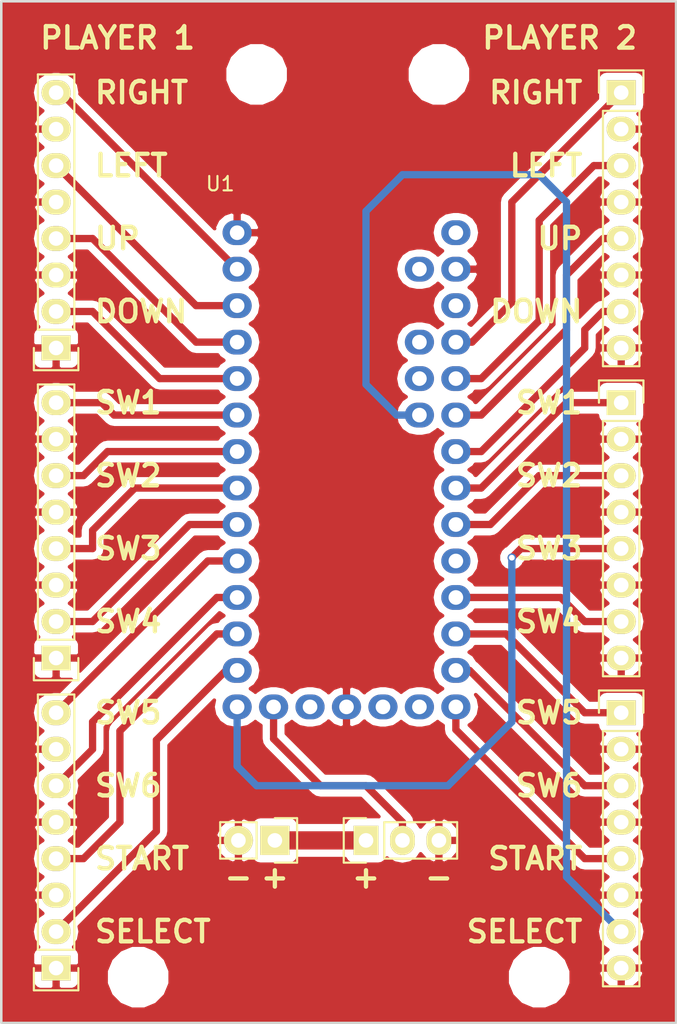
<source format=kicad_pcb>
(kicad_pcb (version 4) (host pcbnew 4.0.4-pre1-stable)

  (general
    (links 54)
    (no_connects 0)
    (area 132.004999 88.824999 179.145001 160.095001)
    (thickness 1.6)
    (drawings 41)
    (tracks 97)
    (zones 0)
    (modules 13)
    (nets 28)
  )

  (page A4)
  (layers
    (0 F.Cu signal)
    (31 B.Cu signal)
    (32 B.Adhes user)
    (33 F.Adhes user)
    (34 B.Paste user)
    (35 F.Paste user)
    (36 B.SilkS user)
    (37 F.SilkS user)
    (38 B.Mask user)
    (39 F.Mask user)
    (40 Dwgs.User user hide)
    (41 Cmts.User user hide)
    (42 Eco1.User user)
    (43 Eco2.User user hide)
    (44 Edge.Cuts user)
    (45 Margin user)
    (46 B.CrtYd user hide)
    (47 F.CrtYd user)
    (48 B.Fab user hide)
    (49 F.Fab user hide)
  )

  (setup
    (last_trace_width 0.508)
    (user_trace_width 0.2032)
    (user_trace_width 0.254)
    (user_trace_width 0.508)
    (user_trace_width 1.27)
    (user_trace_width 2.54)
    (trace_clearance 0.2)
    (zone_clearance 0.508)
    (zone_45_only no)
    (trace_min 0.2)
    (segment_width 0.2)
    (edge_width 0.15)
    (via_size 0.6)
    (via_drill 0.4)
    (via_min_size 0.4)
    (via_min_drill 0.3)
    (uvia_size 0.3)
    (uvia_drill 0.1)
    (uvias_allowed no)
    (uvia_min_size 0.2)
    (uvia_min_drill 0.1)
    (pcb_text_width 0.3)
    (pcb_text_size 1.5 1.5)
    (mod_edge_width 0.15)
    (mod_text_size 1 1)
    (mod_text_width 0.15)
    (pad_size 1.524 1.524)
    (pad_drill 0.762)
    (pad_to_mask_clearance 0.2)
    (aux_axis_origin 0 0)
    (visible_elements FFFFFF7F)
    (pcbplotparams
      (layerselection 0x010f0_80000001)
      (usegerberextensions true)
      (excludeedgelayer true)
      (linewidth 0.100000)
      (plotframeref false)
      (viasonmask false)
      (mode 1)
      (useauxorigin false)
      (hpglpennumber 1)
      (hpglpenspeed 20)
      (hpglpendiameter 15)
      (hpglpenoverlay 2)
      (psnegative false)
      (psa4output false)
      (plotreference true)
      (plotvalue true)
      (plotinvisibletext false)
      (padsonsilk false)
      (subtractmaskfromsilk false)
      (outputformat 1)
      (mirror false)
      (drillshape 0)
      (scaleselection 1)
      (outputdirectory gerber/))
  )

  (net 0 "")
  (net 1 GND)
  (net 2 "Net-(P1-Pad2)")
  (net 3 "Net-(P1-Pad4)")
  (net 4 "Net-(P1-Pad6)")
  (net 5 "Net-(P1-Pad8)")
  (net 6 "Net-(P2-Pad2)")
  (net 7 "Net-(P2-Pad4)")
  (net 8 "Net-(P2-Pad6)")
  (net 9 "Net-(P2-Pad8)")
  (net 10 "Net-(P3-Pad2)")
  (net 11 "Net-(P3-Pad4)")
  (net 12 "Net-(P3-Pad6)")
  (net 13 "Net-(P3-Pad8)")
  (net 14 +5V)
  (net 15 17)
  (net 16 "Net-(P6-Pad1)")
  (net 17 "Net-(P6-Pad3)")
  (net 18 "Net-(P6-Pad5)")
  (net 19 "Net-(P6-Pad7)")
  (net 20 "Net-(P7-Pad1)")
  (net 21 "Net-(P7-Pad3)")
  (net 22 12)
  (net 23 "Net-(P7-Pad7)")
  (net 24 "Net-(P8-Pad1)")
  (net 25 "Net-(P8-Pad3)")
  (net 26 "Net-(P8-Pad5)")
  (net 27 25)

  (net_class Default "This is the default net class."
    (clearance 0.2)
    (trace_width 0.25)
    (via_dia 0.6)
    (via_drill 0.4)
    (uvia_dia 0.3)
    (uvia_drill 0.1)
    (add_net +5V)
    (add_net 12)
    (add_net 17)
    (add_net 25)
    (add_net GND)
    (add_net "Net-(P1-Pad2)")
    (add_net "Net-(P1-Pad4)")
    (add_net "Net-(P1-Pad6)")
    (add_net "Net-(P1-Pad8)")
    (add_net "Net-(P2-Pad2)")
    (add_net "Net-(P2-Pad4)")
    (add_net "Net-(P2-Pad6)")
    (add_net "Net-(P2-Pad8)")
    (add_net "Net-(P3-Pad2)")
    (add_net "Net-(P3-Pad4)")
    (add_net "Net-(P3-Pad6)")
    (add_net "Net-(P3-Pad8)")
    (add_net "Net-(P6-Pad1)")
    (add_net "Net-(P6-Pad3)")
    (add_net "Net-(P6-Pad5)")
    (add_net "Net-(P6-Pad7)")
    (add_net "Net-(P7-Pad1)")
    (add_net "Net-(P7-Pad3)")
    (add_net "Net-(P7-Pad7)")
    (add_net "Net-(P8-Pad1)")
    (add_net "Net-(P8-Pad3)")
    (add_net "Net-(P8-Pad5)")
  )

  (module Pin_Headers:Pin_Header_Straight_1x08 (layer F.Cu) (tedit 57D5D814) (tstamp 57D5C7F4)
    (at 135.89 113.03 180)
    (descr "Through hole pin header")
    (tags "pin header")
    (path /57D5CA12)
    (fp_text reference P1 (at 2.54 2.54 270) (layer F.SilkS) hide
      (effects (font (size 1 1) (thickness 0.15)))
    )
    (fp_text value CONN_01X08 (at 2.54 8.89 270) (layer F.Fab)
      (effects (font (size 1 1) (thickness 0.15)))
    )
    (fp_line (start -1.75 -1.75) (end -1.75 19.55) (layer F.CrtYd) (width 0.05))
    (fp_line (start 1.75 -1.75) (end 1.75 19.55) (layer F.CrtYd) (width 0.05))
    (fp_line (start -1.75 -1.75) (end 1.75 -1.75) (layer F.CrtYd) (width 0.05))
    (fp_line (start -1.75 19.55) (end 1.75 19.55) (layer F.CrtYd) (width 0.05))
    (fp_line (start 1.27 1.27) (end 1.27 19.05) (layer F.SilkS) (width 0.15))
    (fp_line (start 1.27 19.05) (end -1.27 19.05) (layer F.SilkS) (width 0.15))
    (fp_line (start -1.27 19.05) (end -1.27 1.27) (layer F.SilkS) (width 0.15))
    (fp_line (start 1.55 -1.55) (end 1.55 0) (layer F.SilkS) (width 0.15))
    (fp_line (start 1.27 1.27) (end -1.27 1.27) (layer F.SilkS) (width 0.15))
    (fp_line (start -1.55 0) (end -1.55 -1.55) (layer F.SilkS) (width 0.15))
    (fp_line (start -1.55 -1.55) (end 1.55 -1.55) (layer F.SilkS) (width 0.15))
    (pad 1 thru_hole rect (at 0 0 180) (size 2.032 1.7272) (drill 1.016) (layers *.Cu *.Mask F.SilkS)
      (net 1 GND))
    (pad 2 thru_hole oval (at 0 2.54 180) (size 2.032 1.7272) (drill 1.016) (layers *.Cu *.Mask F.SilkS)
      (net 2 "Net-(P1-Pad2)"))
    (pad 3 thru_hole oval (at 0 5.08 180) (size 2.032 1.7272) (drill 1.016) (layers *.Cu *.Mask F.SilkS)
      (net 1 GND))
    (pad 4 thru_hole oval (at 0 7.62 180) (size 2.032 1.7272) (drill 1.016) (layers *.Cu *.Mask F.SilkS)
      (net 3 "Net-(P1-Pad4)"))
    (pad 5 thru_hole oval (at 0 10.16 180) (size 2.032 1.7272) (drill 1.016) (layers *.Cu *.Mask F.SilkS)
      (net 1 GND))
    (pad 6 thru_hole oval (at 0 12.7 180) (size 2.032 1.7272) (drill 1.016) (layers *.Cu *.Mask F.SilkS)
      (net 4 "Net-(P1-Pad6)"))
    (pad 7 thru_hole oval (at 0 15.24 180) (size 2.032 1.7272) (drill 1.016) (layers *.Cu *.Mask F.SilkS)
      (net 1 GND))
    (pad 8 thru_hole oval (at 0 17.78 180) (size 2.032 1.7272) (drill 1.016) (layers *.Cu *.Mask F.SilkS)
      (net 5 "Net-(P1-Pad8)"))
    (model Pin_Headers.3dshapes/Pin_Header_Straight_1x08.wrl
      (at (xyz 0 -0.35 0))
      (scale (xyz 1 1 1))
      (rotate (xyz 0 0 90))
    )
  )

  (module Pin_Headers:Pin_Header_Straight_1x08 (layer F.Cu) (tedit 57D5D7EE) (tstamp 57D5C800)
    (at 135.89 134.62 180)
    (descr "Through hole pin header")
    (tags "pin header")
    (path /57D5CAA1)
    (fp_text reference P2 (at 2.54 3.81 270) (layer F.SilkS) hide
      (effects (font (size 1 1) (thickness 0.15)))
    )
    (fp_text value CONN_01X08 (at 2.54 -12.7 270) (layer F.Fab)
      (effects (font (size 1 1) (thickness 0.15)))
    )
    (fp_line (start -1.75 -1.75) (end -1.75 19.55) (layer F.CrtYd) (width 0.05))
    (fp_line (start 1.75 -1.75) (end 1.75 19.55) (layer F.CrtYd) (width 0.05))
    (fp_line (start -1.75 -1.75) (end 1.75 -1.75) (layer F.CrtYd) (width 0.05))
    (fp_line (start -1.75 19.55) (end 1.75 19.55) (layer F.CrtYd) (width 0.05))
    (fp_line (start 1.27 1.27) (end 1.27 19.05) (layer F.SilkS) (width 0.15))
    (fp_line (start 1.27 19.05) (end -1.27 19.05) (layer F.SilkS) (width 0.15))
    (fp_line (start -1.27 19.05) (end -1.27 1.27) (layer F.SilkS) (width 0.15))
    (fp_line (start 1.55 -1.55) (end 1.55 0) (layer F.SilkS) (width 0.15))
    (fp_line (start 1.27 1.27) (end -1.27 1.27) (layer F.SilkS) (width 0.15))
    (fp_line (start -1.55 0) (end -1.55 -1.55) (layer F.SilkS) (width 0.15))
    (fp_line (start -1.55 -1.55) (end 1.55 -1.55) (layer F.SilkS) (width 0.15))
    (pad 1 thru_hole rect (at 0 0 180) (size 2.032 1.7272) (drill 1.016) (layers *.Cu *.Mask F.SilkS)
      (net 1 GND))
    (pad 2 thru_hole oval (at 0 2.54 180) (size 2.032 1.7272) (drill 1.016) (layers *.Cu *.Mask F.SilkS)
      (net 6 "Net-(P2-Pad2)"))
    (pad 3 thru_hole oval (at 0 5.08 180) (size 2.032 1.7272) (drill 1.016) (layers *.Cu *.Mask F.SilkS)
      (net 1 GND))
    (pad 4 thru_hole oval (at 0 7.62 180) (size 2.032 1.7272) (drill 1.016) (layers *.Cu *.Mask F.SilkS)
      (net 7 "Net-(P2-Pad4)"))
    (pad 5 thru_hole oval (at 0 10.16 180) (size 2.032 1.7272) (drill 1.016) (layers *.Cu *.Mask F.SilkS)
      (net 1 GND))
    (pad 6 thru_hole oval (at 0 12.7 180) (size 2.032 1.7272) (drill 1.016) (layers *.Cu *.Mask F.SilkS)
      (net 8 "Net-(P2-Pad6)"))
    (pad 7 thru_hole oval (at 0 15.24 180) (size 2.032 1.7272) (drill 1.016) (layers *.Cu *.Mask F.SilkS)
      (net 1 GND))
    (pad 8 thru_hole oval (at 0 17.78 180) (size 2.032 1.7272) (drill 1.016) (layers *.Cu *.Mask F.SilkS)
      (net 9 "Net-(P2-Pad8)"))
    (model Pin_Headers.3dshapes/Pin_Header_Straight_1x08.wrl
      (at (xyz 0 -0.35 0))
      (scale (xyz 1 1 1))
      (rotate (xyz 0 0 90))
    )
  )

  (module Pin_Headers:Pin_Header_Straight_1x08 (layer F.Cu) (tedit 57D5D7E8) (tstamp 57D5C80C)
    (at 135.89 156.21 180)
    (descr "Through hole pin header")
    (tags "pin header")
    (path /57D5E7CF)
    (fp_text reference P3 (at -2.54 2.54 270) (layer F.SilkS) hide
      (effects (font (size 1 1) (thickness 0.15)))
    )
    (fp_text value CONN_01X08 (at -2.54 -13.97 270) (layer F.Fab)
      (effects (font (size 1 1) (thickness 0.15)))
    )
    (fp_line (start -1.75 -1.75) (end -1.75 19.55) (layer F.CrtYd) (width 0.05))
    (fp_line (start 1.75 -1.75) (end 1.75 19.55) (layer F.CrtYd) (width 0.05))
    (fp_line (start -1.75 -1.75) (end 1.75 -1.75) (layer F.CrtYd) (width 0.05))
    (fp_line (start -1.75 19.55) (end 1.75 19.55) (layer F.CrtYd) (width 0.05))
    (fp_line (start 1.27 1.27) (end 1.27 19.05) (layer F.SilkS) (width 0.15))
    (fp_line (start 1.27 19.05) (end -1.27 19.05) (layer F.SilkS) (width 0.15))
    (fp_line (start -1.27 19.05) (end -1.27 1.27) (layer F.SilkS) (width 0.15))
    (fp_line (start 1.55 -1.55) (end 1.55 0) (layer F.SilkS) (width 0.15))
    (fp_line (start 1.27 1.27) (end -1.27 1.27) (layer F.SilkS) (width 0.15))
    (fp_line (start -1.55 0) (end -1.55 -1.55) (layer F.SilkS) (width 0.15))
    (fp_line (start -1.55 -1.55) (end 1.55 -1.55) (layer F.SilkS) (width 0.15))
    (pad 1 thru_hole rect (at 0 0 180) (size 2.032 1.7272) (drill 1.016) (layers *.Cu *.Mask F.SilkS)
      (net 1 GND))
    (pad 2 thru_hole oval (at 0 2.54 180) (size 2.032 1.7272) (drill 1.016) (layers *.Cu *.Mask F.SilkS)
      (net 10 "Net-(P3-Pad2)"))
    (pad 3 thru_hole oval (at 0 5.08 180) (size 2.032 1.7272) (drill 1.016) (layers *.Cu *.Mask F.SilkS)
      (net 1 GND))
    (pad 4 thru_hole oval (at 0 7.62 180) (size 2.032 1.7272) (drill 1.016) (layers *.Cu *.Mask F.SilkS)
      (net 11 "Net-(P3-Pad4)"))
    (pad 5 thru_hole oval (at 0 10.16 180) (size 2.032 1.7272) (drill 1.016) (layers *.Cu *.Mask F.SilkS)
      (net 1 GND))
    (pad 6 thru_hole oval (at 0 12.7 180) (size 2.032 1.7272) (drill 1.016) (layers *.Cu *.Mask F.SilkS)
      (net 12 "Net-(P3-Pad6)"))
    (pad 7 thru_hole oval (at 0 15.24 180) (size 2.032 1.7272) (drill 1.016) (layers *.Cu *.Mask F.SilkS)
      (net 1 GND))
    (pad 8 thru_hole oval (at 0 17.78 180) (size 2.032 1.7272) (drill 1.016) (layers *.Cu *.Mask F.SilkS)
      (net 13 "Net-(P3-Pad8)"))
    (model Pin_Headers.3dshapes/Pin_Header_Straight_1x08.wrl
      (at (xyz 0 -0.35 0))
      (scale (xyz 1 1 1))
      (rotate (xyz 0 0 90))
    )
  )

  (module Pin_Headers:Pin_Header_Straight_1x02 (layer F.Cu) (tedit 57D5D85B) (tstamp 57D5C812)
    (at 151.13 147.32 270)
    (descr "Through hole pin header")
    (tags "pin header")
    (path /57D5CBDD)
    (fp_text reference P4 (at 3.81 0 360) (layer F.SilkS) hide
      (effects (font (size 1 1) (thickness 0.15)))
    )
    (fp_text value CONN_01X02 (at 0 -3.1 270) (layer F.Fab)
      (effects (font (size 1 1) (thickness 0.15)))
    )
    (fp_line (start 1.27 1.27) (end 1.27 3.81) (layer F.SilkS) (width 0.15))
    (fp_line (start 1.55 -1.55) (end 1.55 0) (layer F.SilkS) (width 0.15))
    (fp_line (start -1.75 -1.75) (end -1.75 4.3) (layer F.CrtYd) (width 0.05))
    (fp_line (start 1.75 -1.75) (end 1.75 4.3) (layer F.CrtYd) (width 0.05))
    (fp_line (start -1.75 -1.75) (end 1.75 -1.75) (layer F.CrtYd) (width 0.05))
    (fp_line (start -1.75 4.3) (end 1.75 4.3) (layer F.CrtYd) (width 0.05))
    (fp_line (start 1.27 1.27) (end -1.27 1.27) (layer F.SilkS) (width 0.15))
    (fp_line (start -1.55 0) (end -1.55 -1.55) (layer F.SilkS) (width 0.15))
    (fp_line (start -1.55 -1.55) (end 1.55 -1.55) (layer F.SilkS) (width 0.15))
    (fp_line (start -1.27 1.27) (end -1.27 3.81) (layer F.SilkS) (width 0.15))
    (fp_line (start -1.27 3.81) (end 1.27 3.81) (layer F.SilkS) (width 0.15))
    (pad 1 thru_hole rect (at 0 0 270) (size 2.032 2.032) (drill 1.016) (layers *.Cu *.Mask F.SilkS)
      (net 14 +5V))
    (pad 2 thru_hole oval (at 0 2.54 270) (size 2.032 2.032) (drill 1.016) (layers *.Cu *.Mask F.SilkS)
      (net 1 GND))
    (model Pin_Headers.3dshapes/Pin_Header_Straight_1x02.wrl
      (at (xyz 0 -0.05 0))
      (scale (xyz 1 1 1))
      (rotate (xyz 0 0 90))
    )
  )

  (module Pin_Headers:Pin_Header_Straight_1x03 (layer F.Cu) (tedit 57D5D85F) (tstamp 57D5C819)
    (at 157.48 147.32 90)
    (descr "Through hole pin header")
    (tags "pin header")
    (path /57D5CC5B)
    (fp_text reference P5 (at -3.81 0 180) (layer F.SilkS) hide
      (effects (font (size 1 1) (thickness 0.15)))
    )
    (fp_text value CONN_01X03 (at 0 -3.1 90) (layer F.Fab)
      (effects (font (size 1 1) (thickness 0.15)))
    )
    (fp_line (start -1.75 -1.75) (end -1.75 6.85) (layer F.CrtYd) (width 0.05))
    (fp_line (start 1.75 -1.75) (end 1.75 6.85) (layer F.CrtYd) (width 0.05))
    (fp_line (start -1.75 -1.75) (end 1.75 -1.75) (layer F.CrtYd) (width 0.05))
    (fp_line (start -1.75 6.85) (end 1.75 6.85) (layer F.CrtYd) (width 0.05))
    (fp_line (start -1.27 1.27) (end -1.27 6.35) (layer F.SilkS) (width 0.15))
    (fp_line (start -1.27 6.35) (end 1.27 6.35) (layer F.SilkS) (width 0.15))
    (fp_line (start 1.27 6.35) (end 1.27 1.27) (layer F.SilkS) (width 0.15))
    (fp_line (start 1.55 -1.55) (end 1.55 0) (layer F.SilkS) (width 0.15))
    (fp_line (start 1.27 1.27) (end -1.27 1.27) (layer F.SilkS) (width 0.15))
    (fp_line (start -1.55 0) (end -1.55 -1.55) (layer F.SilkS) (width 0.15))
    (fp_line (start -1.55 -1.55) (end 1.55 -1.55) (layer F.SilkS) (width 0.15))
    (pad 1 thru_hole rect (at 0 0 90) (size 2.032 1.7272) (drill 1.016) (layers *.Cu *.Mask F.SilkS)
      (net 14 +5V))
    (pad 2 thru_hole oval (at 0 2.54 90) (size 2.032 1.7272) (drill 1.016) (layers *.Cu *.Mask F.SilkS)
      (net 15 17))
    (pad 3 thru_hole oval (at 0 5.08 90) (size 2.032 1.7272) (drill 1.016) (layers *.Cu *.Mask F.SilkS)
      (net 1 GND))
    (model Pin_Headers.3dshapes/Pin_Header_Straight_1x03.wrl
      (at (xyz 0 -0.1 0))
      (scale (xyz 1 1 1))
      (rotate (xyz 0 0 90))
    )
  )

  (module Pin_Headers:Pin_Header_Straight_1x08 (layer F.Cu) (tedit 57D5D80E) (tstamp 57D5C825)
    (at 175.26 95.25)
    (descr "Through hole pin header")
    (tags "pin header")
    (path /57D5CB30)
    (fp_text reference P6 (at 3.81 0 90) (layer F.SilkS) hide
      (effects (font (size 1 1) (thickness 0.15)))
    )
    (fp_text value CONN_01X08 (at 3.81 8.89 90) (layer F.Fab)
      (effects (font (size 1 1) (thickness 0.15)))
    )
    (fp_line (start -1.75 -1.75) (end -1.75 19.55) (layer F.CrtYd) (width 0.05))
    (fp_line (start 1.75 -1.75) (end 1.75 19.55) (layer F.CrtYd) (width 0.05))
    (fp_line (start -1.75 -1.75) (end 1.75 -1.75) (layer F.CrtYd) (width 0.05))
    (fp_line (start -1.75 19.55) (end 1.75 19.55) (layer F.CrtYd) (width 0.05))
    (fp_line (start 1.27 1.27) (end 1.27 19.05) (layer F.SilkS) (width 0.15))
    (fp_line (start 1.27 19.05) (end -1.27 19.05) (layer F.SilkS) (width 0.15))
    (fp_line (start -1.27 19.05) (end -1.27 1.27) (layer F.SilkS) (width 0.15))
    (fp_line (start 1.55 -1.55) (end 1.55 0) (layer F.SilkS) (width 0.15))
    (fp_line (start 1.27 1.27) (end -1.27 1.27) (layer F.SilkS) (width 0.15))
    (fp_line (start -1.55 0) (end -1.55 -1.55) (layer F.SilkS) (width 0.15))
    (fp_line (start -1.55 -1.55) (end 1.55 -1.55) (layer F.SilkS) (width 0.15))
    (pad 1 thru_hole rect (at 0 0) (size 2.032 1.7272) (drill 1.016) (layers *.Cu *.Mask F.SilkS)
      (net 16 "Net-(P6-Pad1)"))
    (pad 2 thru_hole oval (at 0 2.54) (size 2.032 1.7272) (drill 1.016) (layers *.Cu *.Mask F.SilkS)
      (net 1 GND))
    (pad 3 thru_hole oval (at 0 5.08) (size 2.032 1.7272) (drill 1.016) (layers *.Cu *.Mask F.SilkS)
      (net 17 "Net-(P6-Pad3)"))
    (pad 4 thru_hole oval (at 0 7.62) (size 2.032 1.7272) (drill 1.016) (layers *.Cu *.Mask F.SilkS)
      (net 1 GND))
    (pad 5 thru_hole oval (at 0 10.16) (size 2.032 1.7272) (drill 1.016) (layers *.Cu *.Mask F.SilkS)
      (net 18 "Net-(P6-Pad5)"))
    (pad 6 thru_hole oval (at 0 12.7) (size 2.032 1.7272) (drill 1.016) (layers *.Cu *.Mask F.SilkS)
      (net 1 GND))
    (pad 7 thru_hole oval (at 0 15.24) (size 2.032 1.7272) (drill 1.016) (layers *.Cu *.Mask F.SilkS)
      (net 19 "Net-(P6-Pad7)"))
    (pad 8 thru_hole oval (at 0 17.78) (size 2.032 1.7272) (drill 1.016) (layers *.Cu *.Mask F.SilkS)
      (net 1 GND))
    (model Pin_Headers.3dshapes/Pin_Header_Straight_1x08.wrl
      (at (xyz 0 -0.35 0))
      (scale (xyz 1 1 1))
      (rotate (xyz 0 0 90))
    )
  )

  (module Pin_Headers:Pin_Header_Straight_1x08 (layer F.Cu) (tedit 57D5D7F7) (tstamp 57D5C831)
    (at 175.26 116.84)
    (descr "Through hole pin header")
    (tags "pin header")
    (path /57D5CB9B)
    (fp_text reference P7 (at 3.81 2.54 90) (layer F.SilkS) hide
      (effects (font (size 1 1) (thickness 0.15)))
    )
    (fp_text value CONN_01X08 (at 3.81 8.89 90) (layer F.Fab)
      (effects (font (size 1 1) (thickness 0.15)))
    )
    (fp_line (start -1.75 -1.75) (end -1.75 19.55) (layer F.CrtYd) (width 0.05))
    (fp_line (start 1.75 -1.75) (end 1.75 19.55) (layer F.CrtYd) (width 0.05))
    (fp_line (start -1.75 -1.75) (end 1.75 -1.75) (layer F.CrtYd) (width 0.05))
    (fp_line (start -1.75 19.55) (end 1.75 19.55) (layer F.CrtYd) (width 0.05))
    (fp_line (start 1.27 1.27) (end 1.27 19.05) (layer F.SilkS) (width 0.15))
    (fp_line (start 1.27 19.05) (end -1.27 19.05) (layer F.SilkS) (width 0.15))
    (fp_line (start -1.27 19.05) (end -1.27 1.27) (layer F.SilkS) (width 0.15))
    (fp_line (start 1.55 -1.55) (end 1.55 0) (layer F.SilkS) (width 0.15))
    (fp_line (start 1.27 1.27) (end -1.27 1.27) (layer F.SilkS) (width 0.15))
    (fp_line (start -1.55 0) (end -1.55 -1.55) (layer F.SilkS) (width 0.15))
    (fp_line (start -1.55 -1.55) (end 1.55 -1.55) (layer F.SilkS) (width 0.15))
    (pad 1 thru_hole rect (at 0 0) (size 2.032 1.7272) (drill 1.016) (layers *.Cu *.Mask F.SilkS)
      (net 20 "Net-(P7-Pad1)"))
    (pad 2 thru_hole oval (at 0 2.54) (size 2.032 1.7272) (drill 1.016) (layers *.Cu *.Mask F.SilkS)
      (net 1 GND))
    (pad 3 thru_hole oval (at 0 5.08) (size 2.032 1.7272) (drill 1.016) (layers *.Cu *.Mask F.SilkS)
      (net 21 "Net-(P7-Pad3)"))
    (pad 4 thru_hole oval (at 0 7.62) (size 2.032 1.7272) (drill 1.016) (layers *.Cu *.Mask F.SilkS)
      (net 1 GND))
    (pad 5 thru_hole oval (at 0 10.16) (size 2.032 1.7272) (drill 1.016) (layers *.Cu *.Mask F.SilkS)
      (net 22 12))
    (pad 6 thru_hole oval (at 0 12.7) (size 2.032 1.7272) (drill 1.016) (layers *.Cu *.Mask F.SilkS)
      (net 1 GND))
    (pad 7 thru_hole oval (at 0 15.24) (size 2.032 1.7272) (drill 1.016) (layers *.Cu *.Mask F.SilkS)
      (net 23 "Net-(P7-Pad7)"))
    (pad 8 thru_hole oval (at 0 17.78) (size 2.032 1.7272) (drill 1.016) (layers *.Cu *.Mask F.SilkS)
      (net 1 GND))
    (model Pin_Headers.3dshapes/Pin_Header_Straight_1x08.wrl
      (at (xyz 0 -0.35 0))
      (scale (xyz 1 1 1))
      (rotate (xyz 0 0 90))
    )
  )

  (module Pin_Headers:Pin_Header_Straight_1x08 (layer F.Cu) (tedit 57D5D7D7) (tstamp 57D5C83D)
    (at 175.26 138.43)
    (descr "Through hole pin header")
    (tags "pin header")
    (path /57D5EFD6)
    (fp_text reference P8 (at -2.54 2.54 90) (layer F.SilkS) hide
      (effects (font (size 1 1) (thickness 0.15)))
    )
    (fp_text value CONN_01X08 (at 3.81 5.08 90) (layer F.Fab)
      (effects (font (size 1 1) (thickness 0.15)))
    )
    (fp_line (start -1.75 -1.75) (end -1.75 19.55) (layer F.CrtYd) (width 0.05))
    (fp_line (start 1.75 -1.75) (end 1.75 19.55) (layer F.CrtYd) (width 0.05))
    (fp_line (start -1.75 -1.75) (end 1.75 -1.75) (layer F.CrtYd) (width 0.05))
    (fp_line (start -1.75 19.55) (end 1.75 19.55) (layer F.CrtYd) (width 0.05))
    (fp_line (start 1.27 1.27) (end 1.27 19.05) (layer F.SilkS) (width 0.15))
    (fp_line (start 1.27 19.05) (end -1.27 19.05) (layer F.SilkS) (width 0.15))
    (fp_line (start -1.27 19.05) (end -1.27 1.27) (layer F.SilkS) (width 0.15))
    (fp_line (start 1.55 -1.55) (end 1.55 0) (layer F.SilkS) (width 0.15))
    (fp_line (start 1.27 1.27) (end -1.27 1.27) (layer F.SilkS) (width 0.15))
    (fp_line (start -1.55 0) (end -1.55 -1.55) (layer F.SilkS) (width 0.15))
    (fp_line (start -1.55 -1.55) (end 1.55 -1.55) (layer F.SilkS) (width 0.15))
    (pad 1 thru_hole rect (at 0 0) (size 2.032 1.7272) (drill 1.016) (layers *.Cu *.Mask F.SilkS)
      (net 24 "Net-(P8-Pad1)"))
    (pad 2 thru_hole oval (at 0 2.54) (size 2.032 1.7272) (drill 1.016) (layers *.Cu *.Mask F.SilkS)
      (net 1 GND))
    (pad 3 thru_hole oval (at 0 5.08) (size 2.032 1.7272) (drill 1.016) (layers *.Cu *.Mask F.SilkS)
      (net 25 "Net-(P8-Pad3)"))
    (pad 4 thru_hole oval (at 0 7.62) (size 2.032 1.7272) (drill 1.016) (layers *.Cu *.Mask F.SilkS)
      (net 1 GND))
    (pad 5 thru_hole oval (at 0 10.16) (size 2.032 1.7272) (drill 1.016) (layers *.Cu *.Mask F.SilkS)
      (net 26 "Net-(P8-Pad5)"))
    (pad 6 thru_hole oval (at 0 12.7) (size 2.032 1.7272) (drill 1.016) (layers *.Cu *.Mask F.SilkS)
      (net 1 GND))
    (pad 7 thru_hole oval (at 0 15.24) (size 2.032 1.7272) (drill 1.016) (layers *.Cu *.Mask F.SilkS)
      (net 27 25))
    (pad 8 thru_hole oval (at 0 17.78) (size 2.032 1.7272) (drill 1.016) (layers *.Cu *.Mask F.SilkS)
      (net 1 GND))
    (model Pin_Headers.3dshapes/Pin_Header_Straight_1x08.wrl
      (at (xyz 0 -0.35 0))
      (scale (xyz 1 1 1))
      (rotate (xyz 0 0 90))
    )
  )

  (module arcade:Teensy-LC (layer F.Cu) (tedit 57D5C85D) (tstamp 57D5C866)
    (at 148.5011 105.0036)
    (path /57D5C997)
    (fp_text reference U1 (at -1.1811 -3.4036) (layer F.SilkS)
      (effects (font (size 1 1) (thickness 0.15)))
    )
    (fp_text value Teensy-LC (at 7.62 -2.54) (layer F.Fab)
      (effects (font (size 1 1) (thickness 0.15)))
    )
    (pad 30 thru_hole oval (at 15.24 5.08) (size 2.032 1.7272) (drill 1.016) (layers *.Cu *.Mask))
    (pad 31 thru_hole oval (at 15.24 2.54) (size 2.032 1.7272) (drill 1.016) (layers *.Cu *.Mask)
      (net 1 GND))
    (pad 32 thru_hole oval (at 15.24 0) (size 2.032 1.7272) (drill 1.016) (layers *.Cu *.Mask))
    (pad 33 thru_hole oval (at 12.7 2.54) (size 2.032 1.7272) (drill 1.016) (layers *.Cu *.Mask))
    (pad 1 thru_hole oval (at 0 2.54) (size 2.032 1.7272) (drill 1.016) (layers *.Cu *.Mask)
      (net 5 "Net-(P1-Pad8)"))
    (pad 2 thru_hole oval (at 0 5.08) (size 2.032 1.7272) (drill 1.016) (layers *.Cu *.Mask)
      (net 4 "Net-(P1-Pad6)"))
    (pad 3 thru_hole oval (at 0 7.62) (size 2.032 1.7272) (drill 1.016) (layers *.Cu *.Mask)
      (net 3 "Net-(P1-Pad4)"))
    (pad 4 thru_hole oval (at 0 10.16) (size 2.032 1.7272) (drill 1.016) (layers *.Cu *.Mask)
      (net 2 "Net-(P1-Pad2)"))
    (pad 5 thru_hole oval (at 0 12.7) (size 2.032 1.7272) (drill 1.016) (layers *.Cu *.Mask)
      (net 9 "Net-(P2-Pad8)"))
    (pad 6 thru_hole oval (at 0 15.24) (size 2.032 1.7272) (drill 1.016) (layers *.Cu *.Mask)
      (net 8 "Net-(P2-Pad6)"))
    (pad 7 thru_hole oval (at 0 17.78) (size 2.032 1.7272) (drill 1.016) (layers *.Cu *.Mask)
      (net 7 "Net-(P2-Pad4)"))
    (pad 8 thru_hole oval (at 0 20.32) (size 2.032 1.7272) (drill 1.016) (layers *.Cu *.Mask)
      (net 6 "Net-(P2-Pad2)"))
    (pad 9 thru_hole oval (at 0 22.86) (size 2.032 1.7272) (drill 1.016) (layers *.Cu *.Mask)
      (net 13 "Net-(P3-Pad8)"))
    (pad 10 thru_hole oval (at 0 25.4) (size 2.032 1.7272) (drill 1.016) (layers *.Cu *.Mask)
      (net 12 "Net-(P3-Pad6)"))
    (pad 11 thru_hole oval (at 0 27.94) (size 2.032 1.7272) (drill 1.016) (layers *.Cu *.Mask)
      (net 11 "Net-(P3-Pad4)"))
    (pad 12 thru_hole oval (at 0 30.48) (size 2.032 1.7272) (drill 1.016) (layers *.Cu *.Mask)
      (net 10 "Net-(P3-Pad2)"))
    (pad 13 thru_hole oval (at 0 33.02) (size 2.032 1.7272) (drill 1.016) (layers *.Cu *.Mask)
      (net 22 12))
    (pad 14 thru_hole oval (at 2.54 33.02) (size 2.032 1.7272) (drill 1.016) (layers *.Cu *.Mask)
      (net 15 17))
    (pad 15 thru_hole oval (at 5.08 33.02) (size 2.032 1.7272) (drill 1.016) (layers *.Cu *.Mask))
    (pad 16 thru_hole oval (at 7.62 33.02) (size 2.032 1.7272) (drill 1.016) (layers *.Cu *.Mask)
      (net 1 GND))
    (pad 17 thru_hole oval (at 10.16 33.02) (size 2.032 1.7272) (drill 1.016) (layers *.Cu *.Mask))
    (pad 18 thru_hole oval (at 12.7 33.02) (size 2.032 1.7272) (drill 1.016) (layers *.Cu *.Mask))
    (pad 19 thru_hole oval (at 15.24 33.02) (size 2.032 1.7272) (drill 1.016) (layers *.Cu *.Mask)
      (net 26 "Net-(P8-Pad5)"))
    (pad 20 thru_hole oval (at 15.24 30.48) (size 2.032 1.7272) (drill 1.016) (layers *.Cu *.Mask)
      (net 25 "Net-(P8-Pad3)"))
    (pad 21 thru_hole oval (at 15.24 27.94) (size 2.032 1.7272) (drill 1.016) (layers *.Cu *.Mask)
      (net 24 "Net-(P8-Pad1)"))
    (pad 22 thru_hole oval (at 15.24 25.4) (size 2.032 1.7272) (drill 1.016) (layers *.Cu *.Mask)
      (net 23 "Net-(P7-Pad7)"))
    (pad 23 thru_hole oval (at 15.24 22.86) (size 2.032 1.7272) (drill 1.016) (layers *.Cu *.Mask))
    (pad 24 thru_hole oval (at 15.24 20.32) (size 2.032 1.7272) (drill 1.016) (layers *.Cu *.Mask)
      (net 21 "Net-(P7-Pad3)"))
    (pad 25 thru_hole oval (at 15.24 17.78) (size 2.032 1.7272) (drill 1.016) (layers *.Cu *.Mask)
      (net 20 "Net-(P7-Pad1)"))
    (pad 26 thru_hole oval (at 15.24 15.24) (size 2.032 1.7272) (drill 1.016) (layers *.Cu *.Mask)
      (net 19 "Net-(P6-Pad7)"))
    (pad 27 thru_hole oval (at 15.24 12.7) (size 2.032 1.7272) (drill 1.016) (layers *.Cu *.Mask)
      (net 18 "Net-(P6-Pad5)"))
    (pad 28 thru_hole oval (at 15.24 10.16) (size 2.032 1.7272) (drill 1.016) (layers *.Cu *.Mask)
      (net 17 "Net-(P6-Pad3)"))
    (pad 29 thru_hole oval (at 15.24 7.62) (size 2.032 1.7272) (drill 1.016) (layers *.Cu *.Mask)
      (net 16 "Net-(P6-Pad1)"))
    (pad 34 thru_hole oval (at 12.7 7.62) (size 2.032 1.7272) (drill 1.016) (layers *.Cu *.Mask))
    (pad 35 thru_hole oval (at 12.7 10.16) (size 2.032 1.7272) (drill 1.016) (layers *.Cu *.Mask))
    (pad 36 thru_hole oval (at 12.7 12.7) (size 2.032 1.7272) (drill 1.016) (layers *.Cu *.Mask)
      (net 27 25))
    (pad 0 thru_hole oval (at 0 0) (size 2.032 1.7272) (drill 1.016) (layers *.Cu *.Mask)
      (net 1 GND))
  )

  (module arcade:3mm_Hole (layer F.Cu) (tedit 57D5D805) (tstamp 57D5D6ED)
    (at 149.86 93.98)
    (descr "Through hole pin header")
    (tags "pin header")
    (fp_text reference REF** (at 0 -5.1) (layer F.SilkS) hide
      (effects (font (size 1 1) (thickness 0.15)))
    )
    (fp_text value Pin_Header_Straight_1x01 (at 3.81 -7.62) (layer F.Fab) hide
      (effects (font (size 1 1) (thickness 0.15)))
    )
    (pad "" np_thru_hole circle (at 0 0) (size 3.2 3.2) (drill 3.2) (layers *.Cu *.Mask))
    (model Pin_Headers.3dshapes/Pin_Header_Straight_1x01.wrl
      (at (xyz 0 0 0))
      (scale (xyz 1 1 1))
      (rotate (xyz 0 0 90))
    )
  )

  (module arcade:3mm_Hole (layer F.Cu) (tedit 57D5D802) (tstamp 57D5D6F6)
    (at 162.56 93.98)
    (descr "Through hole pin header")
    (tags "pin header")
    (fp_text reference REF** (at 0 -5.1) (layer F.SilkS) hide
      (effects (font (size 1 1) (thickness 0.15)))
    )
    (fp_text value Pin_Header_Straight_1x01 (at 3.81 -7.62) (layer F.Fab) hide
      (effects (font (size 1 1) (thickness 0.15)))
    )
    (pad "" np_thru_hole circle (at 0 0) (size 3.2 3.2) (drill 3.2) (layers *.Cu *.Mask))
    (model Pin_Headers.3dshapes/Pin_Header_Straight_1x01.wrl
      (at (xyz 0 0 0))
      (scale (xyz 1 1 1))
      (rotate (xyz 0 0 90))
    )
  )

  (module arcade:3mm_Hole (layer F.Cu) (tedit 57D5D7E4) (tstamp 57D5D6FF)
    (at 141.605 156.845)
    (descr "Through hole pin header")
    (tags "pin header")
    (fp_text reference REF** (at 0 -5.1) (layer F.SilkS) hide
      (effects (font (size 1 1) (thickness 0.15)))
    )
    (fp_text value Pin_Header_Straight_1x01 (at 3.81 -7.62) (layer F.Fab)
      (effects (font (size 1 1) (thickness 0.15)))
    )
    (pad "" np_thru_hole circle (at 0 0) (size 3.2 3.2) (drill 3.2) (layers *.Cu *.Mask))
    (model Pin_Headers.3dshapes/Pin_Header_Straight_1x01.wrl
      (at (xyz 0 0 0))
      (scale (xyz 1 1 1))
      (rotate (xyz 0 0 90))
    )
  )

  (module arcade:3mm_Hole (layer F.Cu) (tedit 57D5D7DF) (tstamp 57D5D844)
    (at 169.545 156.845)
    (descr "Through hole pin header")
    (tags "pin header")
    (fp_text reference REF** (at 0 -5.1) (layer F.SilkS) hide
      (effects (font (size 1 1) (thickness 0.15)))
    )
    (fp_text value Pin_Header_Straight_1x01 (at 3.81 -7.62) (layer F.Fab)
      (effects (font (size 1 1) (thickness 0.15)))
    )
    (pad "" np_thru_hole circle (at 0 0) (size 3.2 3.2) (drill 3.2) (layers *.Cu *.Mask))
    (model Pin_Headers.3dshapes/Pin_Header_Straight_1x01.wrl
      (at (xyz 0 0 0))
      (scale (xyz 1 1 1))
      (rotate (xyz 0 0 90))
    )
  )

  (gr_line (start 179.07 88.9) (end 179.07 160.02) (angle 90) (layer Edge.Cuts) (width 0.15))
  (gr_line (start 132.08 88.9) (end 179.07 88.9) (angle 90) (layer Edge.Cuts) (width 0.15))
  (gr_line (start 132.08 160.02) (end 132.08 88.9) (angle 90) (layer Edge.Cuts) (width 0.15))
  (gr_line (start 179.07 160.02) (end 132.08 160.02) (angle 90) (layer Edge.Cuts) (width 0.15))
  (gr_line (start 132.08 88.9) (end 179.07 88.9) (angle 90) (layer Edge.Cuts) (width 0.15))
  (gr_line (start 132.08 160.02) (end 132.08 88.9) (angle 90) (layer Edge.Cuts) (width 0.15))
  (gr_line (start 179.07 160.02) (end 132.08 160.02) (angle 90) (layer Edge.Cuts) (width 0.15))
  (gr_line (start 132.08 160.02) (end 132.08 88.9) (angle 90) (layer Margin) (width 0.2))
  (gr_line (start 179.07 160.02) (end 132.08 160.02) (angle 90) (layer Margin) (width 0.2))
  (gr_line (start 179.07 88.9) (end 179.07 160.02) (angle 90) (layer Margin) (width 0.2))
  (gr_line (start 132.08 88.9) (end 179.07 88.9) (angle 90) (layer Margin) (width 0.2))
  (gr_text "PLAYER 1" (at 134.62 91.44) (layer F.SilkS)
    (effects (font (size 1.5 1.5) (thickness 0.3)) (justify left))
  )
  (gr_text "PLAYER 2" (at 176.53 91.44) (layer F.SilkS)
    (effects (font (size 1.5 1.5) (thickness 0.3)) (justify right))
  )
  (gr_text - (at 162.56 149.86) (layer F.SilkS)
    (effects (font (size 1.5 1.5) (thickness 0.3)))
  )
  (gr_text + (at 157.48 149.86) (layer F.SilkS)
    (effects (font (size 1.5 1.5) (thickness 0.3)))
  )
  (gr_text + (at 151.13 149.86) (layer F.SilkS)
    (effects (font (size 1.5 1.5) (thickness 0.3)))
  )
  (gr_text - (at 148.59 149.86) (layer F.SilkS)
    (effects (font (size 1.5 1.5) (thickness 0.3)))
  )
  (gr_text SELECT (at 172.72 153.67) (layer F.SilkS)
    (effects (font (size 1.5 1.5) (thickness 0.3)) (justify right))
  )
  (gr_text START (at 172.72 148.59) (layer F.SilkS)
    (effects (font (size 1.5 1.5) (thickness 0.3)) (justify right))
  )
  (gr_text SW6 (at 172.72 143.51) (layer F.SilkS)
    (effects (font (size 1.5 1.5) (thickness 0.3)) (justify right))
  )
  (gr_text SW5 (at 172.72 138.43) (layer F.SilkS)
    (effects (font (size 1.5 1.5) (thickness 0.3)) (justify right))
  )
  (gr_text SW4 (at 172.72 132.08) (layer F.SilkS)
    (effects (font (size 1.5 1.5) (thickness 0.3)) (justify right))
  )
  (gr_text SW3 (at 172.72 127) (layer F.SilkS)
    (effects (font (size 1.5 1.5) (thickness 0.3)) (justify right))
  )
  (gr_text SW2 (at 172.72 121.92) (layer F.SilkS)
    (effects (font (size 1.5 1.5) (thickness 0.3)) (justify right))
  )
  (gr_text SW1 (at 172.72 116.84) (layer F.SilkS)
    (effects (font (size 1.5 1.5) (thickness 0.3)) (justify right))
  )
  (gr_text SELECT (at 138.43 153.67) (layer F.SilkS)
    (effects (font (size 1.5 1.5) (thickness 0.3)) (justify left))
  )
  (gr_text START (at 138.43 148.59) (layer F.SilkS)
    (effects (font (size 1.5 1.5) (thickness 0.3)) (justify left))
  )
  (gr_text SW6 (at 138.43 143.51) (layer F.SilkS)
    (effects (font (size 1.5 1.5) (thickness 0.3)) (justify left))
  )
  (gr_text SW5 (at 138.43 138.43) (layer F.SilkS)
    (effects (font (size 1.5 1.5) (thickness 0.3)) (justify left))
  )
  (gr_text SW4 (at 138.43 132.08) (layer F.SilkS)
    (effects (font (size 1.5 1.5) (thickness 0.3)) (justify left))
  )
  (gr_text SW3 (at 138.43 127) (layer F.SilkS)
    (effects (font (size 1.5 1.5) (thickness 0.3)) (justify left))
  )
  (gr_text SW2 (at 138.43 121.92) (layer F.SilkS)
    (effects (font (size 1.5 1.5) (thickness 0.3)) (justify left))
  )
  (gr_text SW1 (at 138.43 116.84) (layer F.SilkS)
    (effects (font (size 1.5 1.5) (thickness 0.3)) (justify left))
  )
  (gr_text LEFT (at 172.72 100.33) (layer F.SilkS)
    (effects (font (size 1.5 1.5) (thickness 0.3)) (justify right))
  )
  (gr_text RIGHT (at 172.72 95.25) (layer F.SilkS)
    (effects (font (size 1.5 1.5) (thickness 0.3)) (justify right))
  )
  (gr_text UP (at 172.72 105.41) (layer F.SilkS)
    (effects (font (size 1.5 1.5) (thickness 0.3)) (justify right))
  )
  (gr_text DOWN (at 172.72 110.49) (layer F.SilkS)
    (effects (font (size 1.5 1.5) (thickness 0.3)) (justify right))
  )
  (gr_text DOWN (at 138.43 110.49) (layer F.SilkS)
    (effects (font (size 1.5 1.5) (thickness 0.3)) (justify left))
  )
  (gr_text UP (at 138.43 105.41) (layer F.SilkS)
    (effects (font (size 1.5 1.5) (thickness 0.3)) (justify left))
  )
  (gr_text LEFT (at 138.43 100.33) (layer F.SilkS)
    (effects (font (size 1.5 1.5) (thickness 0.3)) (justify left))
  )
  (gr_text RIGHT (at 138.43 95.25) (layer F.SilkS)
    (effects (font (size 1.5 1.5) (thickness 0.3)) (justify left))
  )

  (segment (start 148.5011 115.1636) (end 143.1036 115.1636) (width 0.508) (layer F.Cu) (net 2))
  (segment (start 138.43 110.49) (end 135.89 110.49) (width 0.508) (layer F.Cu) (net 2) (tstamp 57D5D759))
  (segment (start 143.1036 115.1636) (end 138.43 110.49) (width 0.508) (layer F.Cu) (net 2) (tstamp 57D5D757))
  (segment (start 148.5011 112.6236) (end 145.6436 112.6236) (width 0.508) (layer F.Cu) (net 3))
  (segment (start 138.43 105.41) (end 135.89 105.41) (width 0.508) (layer F.Cu) (net 3) (tstamp 57D5D753))
  (segment (start 145.6436 112.6236) (end 138.43 105.41) (width 0.508) (layer F.Cu) (net 3) (tstamp 57D5D751))
  (segment (start 148.5011 110.0836) (end 145.6436 110.0836) (width 0.508) (layer F.Cu) (net 4))
  (segment (start 145.6436 110.0836) (end 135.89 100.33) (width 0.508) (layer F.Cu) (net 4) (tstamp 57D5D76C))
  (segment (start 135.89 95.25) (end 136.2075 95.25) (width 0.508) (layer F.Cu) (net 5))
  (segment (start 136.2075 95.25) (end 148.5011 107.5436) (width 0.508) (layer F.Cu) (net 5) (tstamp 57D5D768))
  (segment (start 148.5011 125.3236) (end 145.1864 125.3236) (width 0.508) (layer F.Cu) (net 6))
  (segment (start 138.43 132.08) (end 135.89 132.08) (width 0.508) (layer F.Cu) (net 6) (tstamp 57D5D782))
  (segment (start 145.1864 125.3236) (end 138.43 132.08) (width 0.508) (layer F.Cu) (net 6) (tstamp 57D5D780))
  (segment (start 148.5011 122.7836) (end 141.3764 122.7836) (width 0.508) (layer F.Cu) (net 7))
  (segment (start 138.43 127) (end 135.89 127) (width 0.508) (layer F.Cu) (net 7) (tstamp 57D5D77D))
  (segment (start 138.43 125.73) (end 138.43 127) (width 0.508) (layer F.Cu) (net 7) (tstamp 57D5D77C))
  (segment (start 141.3764 122.7836) (end 138.43 125.73) (width 0.508) (layer F.Cu) (net 7) (tstamp 57D5D77B))
  (segment (start 148.5011 120.2436) (end 139.4714 120.2436) (width 0.508) (layer F.Cu) (net 8))
  (segment (start 137.795 121.92) (end 135.89 121.92) (width 0.508) (layer F.Cu) (net 8) (tstamp 57D5D778))
  (segment (start 139.4714 120.2436) (end 137.795 121.92) (width 0.508) (layer F.Cu) (net 8) (tstamp 57D5D777))
  (segment (start 148.5011 117.7036) (end 139.9286 117.7036) (width 0.508) (layer F.Cu) (net 9))
  (segment (start 139.065 116.84) (end 135.89 116.84) (width 0.508) (layer F.Cu) (net 9) (tstamp 57D5D774))
  (segment (start 139.9286 117.7036) (end 139.065 116.84) (width 0.508) (layer F.Cu) (net 9) (tstamp 57D5D773))
  (segment (start 148.5011 135.4836) (end 147.7264 135.4836) (width 0.508) (layer F.Cu) (net 10))
  (segment (start 147.7264 135.4836) (end 142.875 140.335) (width 0.508) (layer F.Cu) (net 10) (tstamp 57D5D7AE))
  (segment (start 142.875 140.335) (end 142.875 146.685) (width 0.508) (layer F.Cu) (net 10) (tstamp 57D5D7AF))
  (segment (start 142.875 146.685) (end 135.89 153.67) (width 0.508) (layer F.Cu) (net 10) (tstamp 57D5D7B1))
  (segment (start 148.5011 132.9436) (end 147.0914 132.9436) (width 0.508) (layer F.Cu) (net 11))
  (segment (start 137.795 148.59) (end 135.89 148.59) (width 0.508) (layer F.Cu) (net 11) (tstamp 57D5D7AB))
  (segment (start 140.335 146.05) (end 137.795 148.59) (width 0.508) (layer F.Cu) (net 11) (tstamp 57D5D7AA))
  (segment (start 140.335 139.7) (end 140.335 146.05) (width 0.508) (layer F.Cu) (net 11) (tstamp 57D5D7A8))
  (segment (start 147.0914 132.9436) (end 140.335 139.7) (width 0.508) (layer F.Cu) (net 11) (tstamp 57D5D7A7))
  (segment (start 148.5011 130.4036) (end 147.0914 130.4036) (width 0.508) (layer F.Cu) (net 12))
  (segment (start 138.43 140.97) (end 135.89 143.51) (width 0.508) (layer F.Cu) (net 12) (tstamp 57D5D7A4))
  (segment (start 138.43 139.065) (end 138.43 140.97) (width 0.508) (layer F.Cu) (net 12) (tstamp 57D5D7A2))
  (segment (start 147.0914 130.4036) (end 138.43 139.065) (width 0.508) (layer F.Cu) (net 12) (tstamp 57D5D7A1))
  (segment (start 148.5011 127.8636) (end 146.4564 127.8636) (width 0.508) (layer F.Cu) (net 13))
  (segment (start 146.4564 127.8636) (end 135.89 138.43) (width 0.508) (layer F.Cu) (net 13) (tstamp 57D5D79D))
  (segment (start 157.48 147.32) (end 151.13 147.32) (width 1.27) (layer F.Cu) (net 14))
  (segment (start 151.0411 138.0236) (end 151.0411 140.2461) (width 0.508) (layer F.Cu) (net 15))
  (segment (start 160.02 146.05) (end 160.02 147.32) (width 0.508) (layer F.Cu) (net 15) (tstamp 57D5D806))
  (segment (start 157.48 143.51) (end 160.02 146.05) (width 0.508) (layer F.Cu) (net 15) (tstamp 57D5D804))
  (segment (start 154.305 143.51) (end 157.48 143.51) (width 0.508) (layer F.Cu) (net 15) (tstamp 57D5D802))
  (segment (start 151.0411 140.2461) (end 154.305 143.51) (width 0.508) (layer F.Cu) (net 15) (tstamp 57D5D801))
  (segment (start 163.7411 112.6236) (end 164.8714 112.6236) (width 0.508) (layer F.Cu) (net 16))
  (segment (start 167.64 102.87) (end 175.26 95.25) (width 0.508) (layer F.Cu) (net 16) (tstamp 57D5D7B8))
  (segment (start 167.64 109.855) (end 167.64 102.87) (width 0.508) (layer F.Cu) (net 16) (tstamp 57D5D7B6))
  (segment (start 164.8714 112.6236) (end 167.64 109.855) (width 0.508) (layer F.Cu) (net 16) (tstamp 57D5D7B5))
  (segment (start 163.7411 115.1636) (end 165.5064 115.1636) (width 0.508) (layer F.Cu) (net 17))
  (segment (start 173.355 100.33) (end 175.26 100.33) (width 0.508) (layer F.Cu) (net 17) (tstamp 57D5D7C1))
  (segment (start 169.545 104.14) (end 173.355 100.33) (width 0.508) (layer F.Cu) (net 17) (tstamp 57D5D7BF))
  (segment (start 169.545 111.125) (end 169.545 104.14) (width 0.508) (layer F.Cu) (net 17) (tstamp 57D5D7BD))
  (segment (start 165.5064 115.1636) (end 169.545 111.125) (width 0.508) (layer F.Cu) (net 17) (tstamp 57D5D7BC))
  (segment (start 163.7411 117.7036) (end 165.5064 117.7036) (width 0.508) (layer F.Cu) (net 18))
  (segment (start 173.99 105.41) (end 175.26 105.41) (width 0.508) (layer F.Cu) (net 18) (tstamp 57D5D7C9))
  (segment (start 171.45 107.95) (end 173.99 105.41) (width 0.508) (layer F.Cu) (net 18) (tstamp 57D5D7C7))
  (segment (start 171.45 111.76) (end 171.45 107.95) (width 0.508) (layer F.Cu) (net 18) (tstamp 57D5D7C5))
  (segment (start 165.5064 117.7036) (end 171.45 111.76) (width 0.508) (layer F.Cu) (net 18) (tstamp 57D5D7C4))
  (segment (start 163.7411 120.2436) (end 165.5064 120.2436) (width 0.508) (layer F.Cu) (net 19))
  (segment (start 173.99 110.49) (end 175.26 110.49) (width 0.508) (layer F.Cu) (net 19) (tstamp 57D5D7CF))
  (segment (start 172.72 111.76) (end 173.99 110.49) (width 0.508) (layer F.Cu) (net 19) (tstamp 57D5D7CE))
  (segment (start 172.72 113.03) (end 172.72 111.76) (width 0.508) (layer F.Cu) (net 19) (tstamp 57D5D7CD))
  (segment (start 165.5064 120.2436) (end 172.72 113.03) (width 0.508) (layer F.Cu) (net 19) (tstamp 57D5D7CC))
  (segment (start 163.7411 122.7836) (end 165.5064 122.7836) (width 0.508) (layer F.Cu) (net 20))
  (segment (start 171.45 116.84) (end 175.26 116.84) (width 0.508) (layer F.Cu) (net 20) (tstamp 57D5D7D3))
  (segment (start 165.5064 122.7836) (end 171.45 116.84) (width 0.508) (layer F.Cu) (net 20) (tstamp 57D5D7D2))
  (segment (start 163.7411 125.3236) (end 166.1414 125.3236) (width 0.508) (layer F.Cu) (net 21))
  (segment (start 169.545 121.92) (end 175.26 121.92) (width 0.508) (layer F.Cu) (net 21) (tstamp 57D5D7D9))
  (segment (start 166.1414 125.3236) (end 169.545 121.92) (width 0.508) (layer F.Cu) (net 21) (tstamp 57D5D7D7))
  (segment (start 148.5011 138.0236) (end 148.5011 142.1511) (width 0.508) (layer B.Cu) (net 22))
  (segment (start 168.275 127) (end 175.26 127) (width 0.508) (layer F.Cu) (net 22) (tstamp 57D5D83C))
  (segment (start 167.64 127.635) (end 168.275 127) (width 0.508) (layer F.Cu) (net 22) (tstamp 57D5D83B))
  (via (at 167.64 127.635) (size 0.6) (drill 0.4) (layers F.Cu B.Cu) (net 22))
  (segment (start 167.64 139.065) (end 167.64 127.635) (width 0.508) (layer B.Cu) (net 22) (tstamp 57D5D837))
  (segment (start 163.195 143.51) (end 167.64 139.065) (width 0.508) (layer B.Cu) (net 22) (tstamp 57D5D835))
  (segment (start 149.86 143.51) (end 163.195 143.51) (width 0.508) (layer B.Cu) (net 22) (tstamp 57D5D834))
  (segment (start 148.5011 142.1511) (end 149.86 143.51) (width 0.508) (layer B.Cu) (net 22) (tstamp 57D5D833))
  (segment (start 163.7411 130.4036) (end 171.0436 130.4036) (width 0.508) (layer F.Cu) (net 23))
  (segment (start 172.72 132.08) (end 175.26 132.08) (width 0.508) (layer F.Cu) (net 23) (tstamp 57D5D7DE))
  (segment (start 171.0436 130.4036) (end 172.72 132.08) (width 0.508) (layer F.Cu) (net 23) (tstamp 57D5D7DD))
  (segment (start 163.7411 132.9436) (end 167.2336 132.9436) (width 0.508) (layer F.Cu) (net 24))
  (segment (start 172.72 138.43) (end 175.26 138.43) (width 0.508) (layer F.Cu) (net 24) (tstamp 57D5D7E3))
  (segment (start 167.2336 132.9436) (end 172.72 138.43) (width 0.508) (layer F.Cu) (net 24) (tstamp 57D5D7E1))
  (segment (start 163.7411 135.4836) (end 164.6936 135.4836) (width 0.508) (layer F.Cu) (net 25))
  (segment (start 164.6936 135.4836) (end 172.72 143.51) (width 0.508) (layer F.Cu) (net 25) (tstamp 57D5D7E7))
  (segment (start 172.72 143.51) (end 175.26 143.51) (width 0.508) (layer F.Cu) (net 25) (tstamp 57D5D7E8))
  (segment (start 163.7411 138.0236) (end 163.7411 139.6111) (width 0.508) (layer F.Cu) (net 26))
  (segment (start 172.72 148.59) (end 175.26 148.59) (width 0.508) (layer F.Cu) (net 26) (tstamp 57D5D7ED))
  (segment (start 163.7411 139.6111) (end 172.72 148.59) (width 0.508) (layer F.Cu) (net 26) (tstamp 57D5D7EC))
  (segment (start 161.2011 117.7036) (end 159.6136 117.7036) (width 0.508) (layer B.Cu) (net 27))
  (segment (start 171.45 149.86) (end 175.26 153.67) (width 0.508) (layer B.Cu) (net 27) (tstamp 57D5D7FA))
  (segment (start 171.45 102.87) (end 171.45 149.86) (width 0.508) (layer B.Cu) (net 27) (tstamp 57D5D7F9))
  (segment (start 169.545 100.965) (end 171.45 102.87) (width 0.508) (layer B.Cu) (net 27) (tstamp 57D5D7F8))
  (segment (start 160.02 100.965) (end 169.545 100.965) (width 0.508) (layer B.Cu) (net 27) (tstamp 57D5D7F6))
  (segment (start 157.48 103.505) (end 160.02 100.965) (width 0.508) (layer B.Cu) (net 27) (tstamp 57D5D7F4))
  (segment (start 157.48 115.57) (end 157.48 103.505) (width 0.508) (layer B.Cu) (net 27) (tstamp 57D5D7F2))
  (segment (start 159.6136 117.7036) (end 157.48 115.57) (width 0.508) (layer B.Cu) (net 27) (tstamp 57D5D7F1))

  (zone (net 1) (net_name GND) (layer F.Cu) (tstamp 57D5D83F) (hatch edge 0.508)
    (connect_pads (clearance 0.508))
    (min_thickness 0.254)
    (fill yes (arc_segments 16) (thermal_gap 0.508) (thermal_bridge_width 0.508))
    (polygon
      (pts
        (xy 179.07 160.02) (xy 132.08 160.02) (xy 132.08 88.9) (xy 179.07 88.9)
      )
    )
    (filled_polygon
      (pts
        (xy 178.943 159.893) (xy 132.207 159.893) (xy 132.207 156.49575) (xy 134.239 156.49575) (xy 134.239 157.19991)
        (xy 134.335673 157.433299) (xy 134.514302 157.611927) (xy 134.747691 157.7086) (xy 135.60425 157.7086) (xy 135.763 157.54985)
        (xy 135.763 156.337) (xy 136.017 156.337) (xy 136.017 157.54985) (xy 136.17575 157.7086) (xy 137.032309 157.7086)
        (xy 137.265698 157.611927) (xy 137.444327 157.433299) (xy 137.504669 157.287619) (xy 139.369613 157.287619) (xy 139.709155 158.109372)
        (xy 140.337321 158.738636) (xy 141.158481 159.079611) (xy 142.047619 159.080387) (xy 142.869372 158.740845) (xy 143.498636 158.112679)
        (xy 143.839611 157.291519) (xy 143.839614 157.287619) (xy 167.309613 157.287619) (xy 167.649155 158.109372) (xy 168.277321 158.738636)
        (xy 169.098481 159.079611) (xy 169.987619 159.080387) (xy 170.809372 158.740845) (xy 171.438636 158.112679) (xy 171.779611 157.291519)
        (xy 171.780241 156.569026) (xy 173.652642 156.569026) (xy 173.655291 156.584791) (xy 173.909268 157.112036) (xy 174.34568 157.501954)
        (xy 174.898087 157.695184) (xy 175.133 157.550924) (xy 175.133 156.337) (xy 175.387 156.337) (xy 175.387 157.550924)
        (xy 175.621913 157.695184) (xy 176.17432 157.501954) (xy 176.610732 157.112036) (xy 176.864709 156.584791) (xy 176.867358 156.569026)
        (xy 176.746217 156.337) (xy 175.387 156.337) (xy 175.133 156.337) (xy 173.773783 156.337) (xy 173.652642 156.569026)
        (xy 171.780241 156.569026) (xy 171.780387 156.402381) (xy 171.440845 155.580628) (xy 170.812679 154.951364) (xy 169.991519 154.610389)
        (xy 169.102381 154.609613) (xy 168.280628 154.949155) (xy 167.651364 155.577321) (xy 167.310389 156.398481) (xy 167.309613 157.287619)
        (xy 143.839614 157.287619) (xy 143.840387 156.402381) (xy 143.500845 155.580628) (xy 142.872679 154.951364) (xy 142.051519 154.610389)
        (xy 141.162381 154.609613) (xy 140.340628 154.949155) (xy 139.711364 155.577321) (xy 139.370389 156.398481) (xy 139.369613 157.287619)
        (xy 137.504669 157.287619) (xy 137.541 157.19991) (xy 137.541 156.49575) (xy 137.38225 156.337) (xy 136.017 156.337)
        (xy 135.763 156.337) (xy 134.39775 156.337) (xy 134.239 156.49575) (xy 132.207 156.49575) (xy 132.207 134.90575)
        (xy 134.239 134.90575) (xy 134.239 135.60991) (xy 134.335673 135.843299) (xy 134.514302 136.021927) (xy 134.747691 136.1186)
        (xy 135.60425 136.1186) (xy 135.763 135.95985) (xy 135.763 134.747) (xy 134.39775 134.747) (xy 134.239 134.90575)
        (xy 132.207 134.90575) (xy 132.207 113.31575) (xy 134.239 113.31575) (xy 134.239 114.01991) (xy 134.335673 114.253299)
        (xy 134.514302 114.431927) (xy 134.747691 114.5286) (xy 135.60425 114.5286) (xy 135.763 114.36985) (xy 135.763 113.157)
        (xy 136.017 113.157) (xy 136.017 114.36985) (xy 136.17575 114.5286) (xy 137.032309 114.5286) (xy 137.265698 114.431927)
        (xy 137.444327 114.253299) (xy 137.541 114.01991) (xy 137.541 113.31575) (xy 137.38225 113.157) (xy 136.017 113.157)
        (xy 135.763 113.157) (xy 134.39775 113.157) (xy 134.239 113.31575) (xy 132.207 113.31575) (xy 132.207 95.25)
        (xy 134.206655 95.25) (xy 134.320729 95.823489) (xy 134.645585 96.30967) (xy 134.955069 96.516461) (xy 134.539268 96.887964)
        (xy 134.285291 97.415209) (xy 134.282642 97.430974) (xy 134.403783 97.663) (xy 135.763 97.663) (xy 135.763 97.643)
        (xy 136.017 97.643) (xy 136.017 97.663) (xy 136.037 97.663) (xy 136.037 97.917) (xy 136.017 97.917)
        (xy 136.017 97.937) (xy 135.763 97.937) (xy 135.763 97.917) (xy 134.403783 97.917) (xy 134.282642 98.149026)
        (xy 134.285291 98.164791) (xy 134.539268 98.692036) (xy 134.955069 99.063539) (xy 134.645585 99.27033) (xy 134.320729 99.756511)
        (xy 134.206655 100.33) (xy 134.320729 100.903489) (xy 134.645585 101.38967) (xy 134.955069 101.596461) (xy 134.539268 101.967964)
        (xy 134.285291 102.495209) (xy 134.282642 102.510974) (xy 134.403783 102.743) (xy 135.763 102.743) (xy 135.763 102.723)
        (xy 136.017 102.723) (xy 136.017 102.743) (xy 136.037 102.743) (xy 136.037 102.997) (xy 136.017 102.997)
        (xy 136.017 103.017) (xy 135.763 103.017) (xy 135.763 102.997) (xy 134.403783 102.997) (xy 134.282642 103.229026)
        (xy 134.285291 103.244791) (xy 134.539268 103.772036) (xy 134.955069 104.143539) (xy 134.645585 104.35033) (xy 134.320729 104.836511)
        (xy 134.206655 105.41) (xy 134.320729 105.983489) (xy 134.645585 106.46967) (xy 134.955069 106.676461) (xy 134.539268 107.047964)
        (xy 134.285291 107.575209) (xy 134.282642 107.590974) (xy 134.403783 107.823) (xy 135.763 107.823) (xy 135.763 107.803)
        (xy 136.017 107.803) (xy 136.017 107.823) (xy 137.376217 107.823) (xy 137.497358 107.590974) (xy 137.494709 107.575209)
        (xy 137.240732 107.047964) (xy 136.824931 106.676461) (xy 137.134415 106.46967) (xy 137.248453 106.299) (xy 138.061764 106.299)
        (xy 145.014982 113.252218) (xy 145.303394 113.444929) (xy 145.6436 113.5126) (xy 147.142647 113.5126) (xy 147.256685 113.68327)
        (xy 147.571466 113.8936) (xy 147.256685 114.10393) (xy 147.142647 114.2746) (xy 143.471836 114.2746) (xy 139.058618 109.861382)
        (xy 139.049067 109.855) (xy 138.770206 109.668671) (xy 138.43 109.601) (xy 137.248453 109.601) (xy 137.134415 109.43033)
        (xy 136.824931 109.223539) (xy 137.240732 108.852036) (xy 137.494709 108.324791) (xy 137.497358 108.309026) (xy 137.376217 108.077)
        (xy 136.017 108.077) (xy 136.017 108.097) (xy 135.763 108.097) (xy 135.763 108.077) (xy 134.403783 108.077)
        (xy 134.282642 108.309026) (xy 134.285291 108.324791) (xy 134.539268 108.852036) (xy 134.955069 109.223539) (xy 134.645585 109.43033)
        (xy 134.320729 109.916511) (xy 134.206655 110.49) (xy 134.320729 111.063489) (xy 134.645585 111.54967) (xy 134.66778 111.5645)
        (xy 134.514302 111.628073) (xy 134.335673 111.806701) (xy 134.239 112.04009) (xy 134.239 112.74425) (xy 134.39775 112.903)
        (xy 135.763 112.903) (xy 135.763 112.883) (xy 136.017 112.883) (xy 136.017 112.903) (xy 137.38225 112.903)
        (xy 137.541 112.74425) (xy 137.541 112.04009) (xy 137.444327 111.806701) (xy 137.265698 111.628073) (xy 137.11222 111.5645)
        (xy 137.134415 111.54967) (xy 137.248453 111.379) (xy 138.061764 111.379) (xy 142.474982 115.792218) (xy 142.763395 115.98493)
        (xy 143.1036 116.0526) (xy 147.142647 116.0526) (xy 147.256685 116.22327) (xy 147.571466 116.4336) (xy 147.256685 116.64393)
        (xy 147.142647 116.8146) (xy 140.296836 116.8146) (xy 139.693618 116.211382) (xy 139.684067 116.205) (xy 139.405206 116.018671)
        (xy 139.065 115.951) (xy 137.248453 115.951) (xy 137.134415 115.78033) (xy 136.648234 115.455474) (xy 136.074745 115.3414)
        (xy 135.705255 115.3414) (xy 135.131766 115.455474) (xy 134.645585 115.78033) (xy 134.320729 116.266511) (xy 134.206655 116.84)
        (xy 134.320729 117.413489) (xy 134.645585 117.89967) (xy 134.955069 118.106461) (xy 134.539268 118.477964) (xy 134.285291 119.005209)
        (xy 134.282642 119.020974) (xy 134.403783 119.253) (xy 135.763 119.253) (xy 135.763 119.233) (xy 136.017 119.233)
        (xy 136.017 119.253) (xy 137.376217 119.253) (xy 137.497358 119.020974) (xy 137.494709 119.005209) (xy 137.240732 118.477964)
        (xy 136.824931 118.106461) (xy 137.134415 117.89967) (xy 137.248453 117.729) (xy 138.696764 117.729) (xy 139.299982 118.332218)
        (xy 139.588394 118.524929) (xy 139.9286 118.5926) (xy 147.142647 118.5926) (xy 147.256685 118.76327) (xy 147.571466 118.9736)
        (xy 147.256685 119.18393) (xy 147.142647 119.3546) (xy 139.4714 119.3546) (xy 139.131195 119.42227) (xy 138.842782 119.614982)
        (xy 137.426764 121.031) (xy 137.248453 121.031) (xy 137.134415 120.86033) (xy 136.824931 120.653539) (xy 137.240732 120.282036)
        (xy 137.494709 119.754791) (xy 137.497358 119.739026) (xy 137.376217 119.507) (xy 136.017 119.507) (xy 136.017 119.527)
        (xy 135.763 119.527) (xy 135.763 119.507) (xy 134.403783 119.507) (xy 134.282642 119.739026) (xy 134.285291 119.754791)
        (xy 134.539268 120.282036) (xy 134.955069 120.653539) (xy 134.645585 120.86033) (xy 134.320729 121.346511) (xy 134.206655 121.92)
        (xy 134.320729 122.493489) (xy 134.645585 122.97967) (xy 134.955069 123.186461) (xy 134.539268 123.557964) (xy 134.285291 124.085209)
        (xy 134.282642 124.100974) (xy 134.403783 124.333) (xy 135.763 124.333) (xy 135.763 124.313) (xy 136.017 124.313)
        (xy 136.017 124.333) (xy 137.376217 124.333) (xy 137.497358 124.100974) (xy 137.494709 124.085209) (xy 137.240732 123.557964)
        (xy 136.824931 123.186461) (xy 137.134415 122.97967) (xy 137.248453 122.809) (xy 137.795 122.809) (xy 138.135206 122.741329)
        (xy 138.423618 122.548618) (xy 139.839636 121.1326) (xy 147.142647 121.1326) (xy 147.256685 121.30327) (xy 147.571466 121.5136)
        (xy 147.256685 121.72393) (xy 147.142647 121.8946) (xy 141.3764 121.8946) (xy 141.036194 121.962271) (xy 140.747782 122.154982)
        (xy 137.801382 125.101382) (xy 137.608671 125.389794) (xy 137.541 125.73) (xy 137.541 126.111) (xy 137.248453 126.111)
        (xy 137.134415 125.94033) (xy 136.824931 125.733539) (xy 137.240732 125.362036) (xy 137.494709 124.834791) (xy 137.497358 124.819026)
        (xy 137.376217 124.587) (xy 136.017 124.587) (xy 136.017 124.607) (xy 135.763 124.607) (xy 135.763 124.587)
        (xy 134.403783 124.587) (xy 134.282642 124.819026) (xy 134.285291 124.834791) (xy 134.539268 125.362036) (xy 134.955069 125.733539)
        (xy 134.645585 125.94033) (xy 134.320729 126.426511) (xy 134.206655 127) (xy 134.320729 127.573489) (xy 134.645585 128.05967)
        (xy 134.955069 128.266461) (xy 134.539268 128.637964) (xy 134.285291 129.165209) (xy 134.282642 129.180974) (xy 134.403783 129.413)
        (xy 135.763 129.413) (xy 135.763 129.393) (xy 136.017 129.393) (xy 136.017 129.413) (xy 137.376217 129.413)
        (xy 137.497358 129.180974) (xy 137.494709 129.165209) (xy 137.240732 128.637964) (xy 136.824931 128.266461) (xy 137.134415 128.05967)
        (xy 137.248453 127.889) (xy 138.43 127.889) (xy 138.770206 127.821329) (xy 139.058618 127.628618) (xy 139.251329 127.340206)
        (xy 139.319 127) (xy 139.319 126.098236) (xy 141.744636 123.6726) (xy 147.142647 123.6726) (xy 147.256685 123.84327)
        (xy 147.571466 124.0536) (xy 147.256685 124.26393) (xy 147.142647 124.4346) (xy 145.1864 124.4346) (xy 144.846195 124.50227)
        (xy 144.557782 124.694982) (xy 138.061764 131.191) (xy 137.248453 131.191) (xy 137.134415 131.02033) (xy 136.824931 130.813539)
        (xy 137.240732 130.442036) (xy 137.494709 129.914791) (xy 137.497358 129.899026) (xy 137.376217 129.667) (xy 136.017 129.667)
        (xy 136.017 129.687) (xy 135.763 129.687) (xy 135.763 129.667) (xy 134.403783 129.667) (xy 134.282642 129.899026)
        (xy 134.285291 129.914791) (xy 134.539268 130.442036) (xy 134.955069 130.813539) (xy 134.645585 131.02033) (xy 134.320729 131.506511)
        (xy 134.206655 132.08) (xy 134.320729 132.653489) (xy 134.645585 133.13967) (xy 134.66778 133.1545) (xy 134.514302 133.218073)
        (xy 134.335673 133.396701) (xy 134.239 133.63009) (xy 134.239 134.33425) (xy 134.39775 134.493) (xy 135.763 134.493)
        (xy 135.763 134.473) (xy 136.017 134.473) (xy 136.017 134.493) (xy 137.38225 134.493) (xy 137.541 134.33425)
        (xy 137.541 133.63009) (xy 137.444327 133.396701) (xy 137.265698 133.218073) (xy 137.11222 133.1545) (xy 137.134415 133.13967)
        (xy 137.248453 132.969) (xy 138.43 132.969) (xy 138.770206 132.901329) (xy 139.058618 132.708618) (xy 145.554636 126.2126)
        (xy 147.142647 126.2126) (xy 147.256685 126.38327) (xy 147.571466 126.5936) (xy 147.256685 126.80393) (xy 147.142647 126.9746)
        (xy 146.4564 126.9746) (xy 146.116194 127.042271) (xy 146.020732 127.106057) (xy 145.827782 127.234982) (xy 137.541 135.521764)
        (xy 137.541 134.90575) (xy 137.38225 134.747) (xy 136.017 134.747) (xy 136.017 135.95985) (xy 136.17575 136.1186)
        (xy 136.944164 136.1186) (xy 136.12197 136.940794) (xy 136.074745 136.9314) (xy 135.705255 136.9314) (xy 135.131766 137.045474)
        (xy 134.645585 137.37033) (xy 134.320729 137.856511) (xy 134.206655 138.43) (xy 134.320729 139.003489) (xy 134.645585 139.48967)
        (xy 134.955069 139.696461) (xy 134.539268 140.067964) (xy 134.285291 140.595209) (xy 134.282642 140.610974) (xy 134.403783 140.843)
        (xy 135.763 140.843) (xy 135.763 140.823) (xy 136.017 140.823) (xy 136.017 140.843) (xy 136.037 140.843)
        (xy 136.037 141.097) (xy 136.017 141.097) (xy 136.017 141.117) (xy 135.763 141.117) (xy 135.763 141.097)
        (xy 134.403783 141.097) (xy 134.282642 141.329026) (xy 134.285291 141.344791) (xy 134.539268 141.872036) (xy 134.955069 142.243539)
        (xy 134.645585 142.45033) (xy 134.320729 142.936511) (xy 134.206655 143.51) (xy 134.320729 144.083489) (xy 134.645585 144.56967)
        (xy 134.955069 144.776461) (xy 134.539268 145.147964) (xy 134.285291 145.675209) (xy 134.282642 145.690974) (xy 134.403783 145.923)
        (xy 135.763 145.923) (xy 135.763 145.903) (xy 136.017 145.903) (xy 136.017 145.923) (xy 137.376217 145.923)
        (xy 137.497358 145.690974) (xy 137.494709 145.675209) (xy 137.240732 145.147964) (xy 136.824931 144.776461) (xy 137.134415 144.56967)
        (xy 137.459271 144.083489) (xy 137.573345 143.51) (xy 137.502649 143.154587) (xy 139.058618 141.598618) (xy 139.251329 141.310206)
        (xy 139.319 140.97) (xy 139.319 139.433236) (xy 147.276036 131.4762) (xy 147.571466 131.6736) (xy 147.256685 131.88393)
        (xy 147.142647 132.0546) (xy 147.0914 132.0546) (xy 146.751195 132.12227) (xy 146.462782 132.314982) (xy 139.706382 139.071382)
        (xy 139.513671 139.359794) (xy 139.446 139.7) (xy 139.446 145.681764) (xy 137.426764 147.701) (xy 137.248453 147.701)
        (xy 137.134415 147.53033) (xy 136.824931 147.323539) (xy 137.240732 146.952036) (xy 137.494709 146.424791) (xy 137.497358 146.409026)
        (xy 137.376217 146.177) (xy 136.017 146.177) (xy 136.017 146.197) (xy 135.763 146.197) (xy 135.763 146.177)
        (xy 134.403783 146.177) (xy 134.282642 146.409026) (xy 134.285291 146.424791) (xy 134.539268 146.952036) (xy 134.955069 147.323539)
        (xy 134.645585 147.53033) (xy 134.320729 148.016511) (xy 134.206655 148.59) (xy 134.320729 149.163489) (xy 134.645585 149.64967)
        (xy 134.955069 149.856461) (xy 134.539268 150.227964) (xy 134.285291 150.755209) (xy 134.282642 150.770974) (xy 134.403783 151.003)
        (xy 135.763 151.003) (xy 135.763 150.983) (xy 136.017 150.983) (xy 136.017 151.003) (xy 136.037 151.003)
        (xy 136.037 151.257) (xy 136.017 151.257) (xy 136.017 151.277) (xy 135.763 151.277) (xy 135.763 151.257)
        (xy 134.403783 151.257) (xy 134.282642 151.489026) (xy 134.285291 151.504791) (xy 134.539268 152.032036) (xy 134.955069 152.403539)
        (xy 134.645585 152.61033) (xy 134.320729 153.096511) (xy 134.206655 153.67) (xy 134.320729 154.243489) (xy 134.645585 154.72967)
        (xy 134.66778 154.7445) (xy 134.514302 154.808073) (xy 134.335673 154.986701) (xy 134.239 155.22009) (xy 134.239 155.92425)
        (xy 134.39775 156.083) (xy 135.763 156.083) (xy 135.763 156.063) (xy 136.017 156.063) (xy 136.017 156.083)
        (xy 137.38225 156.083) (xy 137.541 155.92425) (xy 137.541 155.22009) (xy 137.444327 154.986701) (xy 137.265698 154.808073)
        (xy 137.11222 154.7445) (xy 137.134415 154.72967) (xy 137.459271 154.243489) (xy 137.573345 153.67) (xy 173.576655 153.67)
        (xy 173.690729 154.243489) (xy 174.015585 154.72967) (xy 174.325069 154.936461) (xy 173.909268 155.307964) (xy 173.655291 155.835209)
        (xy 173.652642 155.850974) (xy 173.773783 156.083) (xy 175.133 156.083) (xy 175.133 156.063) (xy 175.387 156.063)
        (xy 175.387 156.083) (xy 176.746217 156.083) (xy 176.867358 155.850974) (xy 176.864709 155.835209) (xy 176.610732 155.307964)
        (xy 176.194931 154.936461) (xy 176.504415 154.72967) (xy 176.829271 154.243489) (xy 176.943345 153.67) (xy 176.829271 153.096511)
        (xy 176.504415 152.61033) (xy 176.194931 152.403539) (xy 176.610732 152.032036) (xy 176.864709 151.504791) (xy 176.867358 151.489026)
        (xy 176.746217 151.257) (xy 175.387 151.257) (xy 175.387 151.277) (xy 175.133 151.277) (xy 175.133 151.257)
        (xy 173.773783 151.257) (xy 173.652642 151.489026) (xy 173.655291 151.504791) (xy 173.909268 152.032036) (xy 174.325069 152.403539)
        (xy 174.015585 152.61033) (xy 173.690729 153.096511) (xy 173.576655 153.67) (xy 137.573345 153.67) (xy 137.502649 153.314587)
        (xy 143.11429 147.702946) (xy 146.984017 147.702946) (xy 147.252812 148.288379) (xy 147.725182 148.726385) (xy 148.207056 148.925975)
        (xy 148.463 148.806836) (xy 148.463 147.447) (xy 147.102633 147.447) (xy 146.984017 147.702946) (xy 143.11429 147.702946)
        (xy 143.503618 147.313618) (xy 143.696329 147.025206) (xy 143.713863 146.937054) (xy 146.984017 146.937054) (xy 147.102633 147.193)
        (xy 148.463 147.193) (xy 148.463 145.833164) (xy 148.207056 145.714025) (xy 147.725182 145.913615) (xy 147.252812 146.351621)
        (xy 146.984017 146.937054) (xy 143.713863 146.937054) (xy 143.764 146.685) (xy 143.764 140.703236) (xy 146.91065 137.556586)
        (xy 146.817755 138.0236) (xy 146.931829 138.597089) (xy 147.256685 139.08327) (xy 147.742866 139.408126) (xy 148.316355 139.5222)
        (xy 148.685845 139.5222) (xy 149.259334 139.408126) (xy 149.745515 139.08327) (xy 149.7711 139.044979) (xy 149.796685 139.08327)
        (xy 150.1521 139.320751) (xy 150.1521 140.2461) (xy 150.219771 140.586306) (xy 150.391289 140.843) (xy 150.412482 140.874718)
        (xy 153.676382 144.138618) (xy 153.964795 144.33133) (xy 154.305 144.399) (xy 157.111764 144.399) (xy 158.375856 145.663092)
        (xy 158.3436 145.65656) (xy 156.6164 145.65656) (xy 156.381083 145.700838) (xy 156.164959 145.83991) (xy 156.021411 146.05)
        (xy 152.73714 146.05) (xy 152.61009 145.852559) (xy 152.39789 145.707569) (xy 152.146 145.65656) (xy 150.114 145.65656)
        (xy 149.878683 145.700838) (xy 149.662559 145.83991) (xy 149.55116 146.002948) (xy 149.454818 145.913615) (xy 148.972944 145.714025)
        (xy 148.717 145.833164) (xy 148.717 147.193) (xy 148.737 147.193) (xy 148.737 147.447) (xy 148.717 147.447)
        (xy 148.717 148.806836) (xy 148.972944 148.925975) (xy 149.454818 148.726385) (xy 149.552398 148.635903) (xy 149.64991 148.787441)
        (xy 149.86211 148.932431) (xy 150.114 148.98344) (xy 152.146 148.98344) (xy 152.381317 148.939162) (xy 152.597441 148.80009)
        (xy 152.740989 148.59) (xy 156.02526 148.59) (xy 156.15231 148.787441) (xy 156.36451 148.932431) (xy 156.6164 148.98344)
        (xy 158.3436 148.98344) (xy 158.578917 148.939162) (xy 158.795041 148.80009) (xy 158.940031 148.58789) (xy 158.9484 148.546561)
        (xy 158.96033 148.564415) (xy 159.446511 148.889271) (xy 160.02 149.003345) (xy 160.593489 148.889271) (xy 161.07967 148.564415)
        (xy 161.286461 148.254931) (xy 161.657964 148.670732) (xy 162.185209 148.924709) (xy 162.200974 148.927358) (xy 162.433 148.806217)
        (xy 162.433 147.447) (xy 162.687 147.447) (xy 162.687 148.806217) (xy 162.919026 148.927358) (xy 162.934791 148.924709)
        (xy 163.462036 148.670732) (xy 163.851954 148.23432) (xy 164.045184 147.681913) (xy 163.900924 147.447) (xy 162.687 147.447)
        (xy 162.433 147.447) (xy 162.413 147.447) (xy 162.413 147.193) (xy 162.433 147.193) (xy 162.433 145.833783)
        (xy 162.687 145.833783) (xy 162.687 147.193) (xy 163.900924 147.193) (xy 164.045184 146.958087) (xy 163.851954 146.40568)
        (xy 163.462036 145.969268) (xy 162.934791 145.715291) (xy 162.919026 145.712642) (xy 162.687 145.833783) (xy 162.433 145.833783)
        (xy 162.200974 145.712642) (xy 162.185209 145.715291) (xy 161.657964 145.969268) (xy 161.286461 146.385069) (xy 161.07967 146.075585)
        (xy 160.888709 145.947989) (xy 160.841329 145.709794) (xy 160.648618 145.421382) (xy 158.108618 142.881382) (xy 157.820206 142.688671)
        (xy 157.48 142.621) (xy 154.673236 142.621) (xy 151.9301 139.877864) (xy 151.9301 139.320751) (xy 152.285515 139.08327)
        (xy 152.3111 139.044979) (xy 152.336685 139.08327) (xy 152.822866 139.408126) (xy 153.396355 139.5222) (xy 153.765845 139.5222)
        (xy 154.339334 139.408126) (xy 154.825515 139.08327) (xy 154.870854 139.015416) (xy 155.20678 139.315554) (xy 155.759187 139.508784)
        (xy 155.9941 139.364524) (xy 155.9941 138.1506) (xy 155.9741 138.1506) (xy 155.9741 137.8966) (xy 155.9941 137.8966)
        (xy 155.9941 136.682676) (xy 156.2481 136.682676) (xy 156.2481 137.8966) (xy 156.2681 137.8966) (xy 156.2681 138.1506)
        (xy 156.2481 138.1506) (xy 156.2481 139.364524) (xy 156.483013 139.508784) (xy 157.03542 139.315554) (xy 157.371346 139.015416)
        (xy 157.416685 139.08327) (xy 157.902866 139.408126) (xy 158.476355 139.5222) (xy 158.845845 139.5222) (xy 159.419334 139.408126)
        (xy 159.905515 139.08327) (xy 159.9311 139.044979) (xy 159.956685 139.08327) (xy 160.442866 139.408126) (xy 161.016355 139.5222)
        (xy 161.385845 139.5222) (xy 161.959334 139.408126) (xy 162.445515 139.08327) (xy 162.4711 139.044979) (xy 162.496685 139.08327)
        (xy 162.8521 139.320751) (xy 162.8521 139.6111) (xy 162.919771 139.951306) (xy 163.00643 140.081) (xy 163.112482 140.239718)
        (xy 172.091382 149.218618) (xy 172.379794 149.411329) (xy 172.72 149.479) (xy 173.901547 149.479) (xy 174.015585 149.64967)
        (xy 174.325069 149.856461) (xy 173.909268 150.227964) (xy 173.655291 150.755209) (xy 173.652642 150.770974) (xy 173.773783 151.003)
        (xy 175.133 151.003) (xy 175.133 150.983) (xy 175.387 150.983) (xy 175.387 151.003) (xy 176.746217 151.003)
        (xy 176.867358 150.770974) (xy 176.864709 150.755209) (xy 176.610732 150.227964) (xy 176.194931 149.856461) (xy 176.504415 149.64967)
        (xy 176.829271 149.163489) (xy 176.943345 148.59) (xy 176.829271 148.016511) (xy 176.504415 147.53033) (xy 176.194931 147.323539)
        (xy 176.610732 146.952036) (xy 176.864709 146.424791) (xy 176.867358 146.409026) (xy 176.746217 146.177) (xy 175.387 146.177)
        (xy 175.387 146.197) (xy 175.133 146.197) (xy 175.133 146.177) (xy 173.773783 146.177) (xy 173.652642 146.409026)
        (xy 173.655291 146.424791) (xy 173.909268 146.952036) (xy 174.325069 147.323539) (xy 174.015585 147.53033) (xy 173.901547 147.701)
        (xy 173.088236 147.701) (xy 164.67679 139.289554) (xy 164.985515 139.08327) (xy 165.310371 138.597089) (xy 165.424445 138.0236)
        (xy 165.310371 137.450111) (xy 165.124098 137.171334) (xy 172.091382 144.138618) (xy 172.379794 144.331329) (xy 172.72 144.399)
        (xy 173.901547 144.399) (xy 174.015585 144.56967) (xy 174.325069 144.776461) (xy 173.909268 145.147964) (xy 173.655291 145.675209)
        (xy 173.652642 145.690974) (xy 173.773783 145.923) (xy 175.133 145.923) (xy 175.133 145.903) (xy 175.387 145.903)
        (xy 175.387 145.923) (xy 176.746217 145.923) (xy 176.867358 145.690974) (xy 176.864709 145.675209) (xy 176.610732 145.147964)
        (xy 176.194931 144.776461) (xy 176.504415 144.56967) (xy 176.829271 144.083489) (xy 176.943345 143.51) (xy 176.829271 142.936511)
        (xy 176.504415 142.45033) (xy 176.194931 142.243539) (xy 176.610732 141.872036) (xy 176.864709 141.344791) (xy 176.867358 141.329026)
        (xy 176.746217 141.097) (xy 175.387 141.097) (xy 175.387 141.117) (xy 175.133 141.117) (xy 175.133 141.097)
        (xy 173.773783 141.097) (xy 173.652642 141.329026) (xy 173.655291 141.344791) (xy 173.909268 141.872036) (xy 174.325069 142.243539)
        (xy 174.015585 142.45033) (xy 173.901547 142.621) (xy 173.088236 142.621) (xy 165.322218 134.854982) (xy 165.234269 134.796216)
        (xy 164.985515 134.42393) (xy 164.670734 134.2136) (xy 164.985515 134.00327) (xy 165.099553 133.8326) (xy 166.865364 133.8326)
        (xy 172.091382 139.058618) (xy 172.379794 139.251329) (xy 172.72 139.319) (xy 173.601339 139.319) (xy 173.640838 139.528917)
        (xy 173.77991 139.745041) (xy 173.99211 139.890031) (xy 174.086927 139.909232) (xy 173.909268 140.067964) (xy 173.655291 140.595209)
        (xy 173.652642 140.610974) (xy 173.773783 140.843) (xy 175.133 140.843) (xy 175.133 140.823) (xy 175.387 140.823)
        (xy 175.387 140.843) (xy 176.746217 140.843) (xy 176.867358 140.610974) (xy 176.864709 140.595209) (xy 176.610732 140.067964)
        (xy 176.435155 139.911093) (xy 176.511317 139.896762) (xy 176.727441 139.75769) (xy 176.872431 139.54549) (xy 176.92344 139.2936)
        (xy 176.92344 137.5664) (xy 176.879162 137.331083) (xy 176.74009 137.114959) (xy 176.52789 136.969969) (xy 176.276 136.91896)
        (xy 174.244 136.91896) (xy 174.008683 136.963238) (xy 173.792559 137.10231) (xy 173.647569 137.31451) (xy 173.601704 137.541)
        (xy 173.088236 137.541) (xy 170.526262 134.979026) (xy 173.652642 134.979026) (xy 173.655291 134.994791) (xy 173.909268 135.522036)
        (xy 174.34568 135.911954) (xy 174.898087 136.105184) (xy 175.133 135.960924) (xy 175.133 134.747) (xy 175.387 134.747)
        (xy 175.387 135.960924) (xy 175.621913 136.105184) (xy 176.17432 135.911954) (xy 176.610732 135.522036) (xy 176.864709 134.994791)
        (xy 176.867358 134.979026) (xy 176.746217 134.747) (xy 175.387 134.747) (xy 175.133 134.747) (xy 173.773783 134.747)
        (xy 173.652642 134.979026) (xy 170.526262 134.979026) (xy 167.862218 132.314982) (xy 167.573806 132.122271) (xy 167.2336 132.0546)
        (xy 165.099553 132.0546) (xy 164.985515 131.88393) (xy 164.670734 131.6736) (xy 164.985515 131.46327) (xy 165.099553 131.2926)
        (xy 170.675364 131.2926) (xy 172.091382 132.708618) (xy 172.379795 132.90133) (xy 172.72 132.969) (xy 173.901547 132.969)
        (xy 174.015585 133.13967) (xy 174.325069 133.346461) (xy 173.909268 133.717964) (xy 173.655291 134.245209) (xy 173.652642 134.260974)
        (xy 173.773783 134.493) (xy 175.133 134.493) (xy 175.133 134.473) (xy 175.387 134.473) (xy 175.387 134.493)
        (xy 176.746217 134.493) (xy 176.867358 134.260974) (xy 176.864709 134.245209) (xy 176.610732 133.717964) (xy 176.194931 133.346461)
        (xy 176.504415 133.13967) (xy 176.829271 132.653489) (xy 176.943345 132.08) (xy 176.829271 131.506511) (xy 176.504415 131.02033)
        (xy 176.194931 130.813539) (xy 176.610732 130.442036) (xy 176.864709 129.914791) (xy 176.867358 129.899026) (xy 176.746217 129.667)
        (xy 175.387 129.667) (xy 175.387 129.687) (xy 175.133 129.687) (xy 175.133 129.667) (xy 173.773783 129.667)
        (xy 173.652642 129.899026) (xy 173.655291 129.914791) (xy 173.909268 130.442036) (xy 174.325069 130.813539) (xy 174.015585 131.02033)
        (xy 173.901547 131.191) (xy 173.088236 131.191) (xy 171.672218 129.774982) (xy 171.383806 129.582271) (xy 171.0436 129.5146)
        (xy 165.099553 129.5146) (xy 164.985515 129.34393) (xy 164.670734 129.1336) (xy 164.985515 128.92327) (xy 165.310371 128.437089)
        (xy 165.424445 127.8636) (xy 165.415806 127.820167) (xy 166.704838 127.820167) (xy 166.846883 128.163943) (xy 167.109673 128.427192)
        (xy 167.453201 128.569838) (xy 167.825167 128.570162) (xy 168.168943 128.428117) (xy 168.432192 128.165327) (xy 168.478549 128.053687)
        (xy 168.643236 127.889) (xy 173.901547 127.889) (xy 174.015585 128.05967) (xy 174.325069 128.266461) (xy 173.909268 128.637964)
        (xy 173.655291 129.165209) (xy 173.652642 129.180974) (xy 173.773783 129.413) (xy 175.133 129.413) (xy 175.133 129.393)
        (xy 175.387 129.393) (xy 175.387 129.413) (xy 176.746217 129.413) (xy 176.867358 129.180974) (xy 176.864709 129.165209)
        (xy 176.610732 128.637964) (xy 176.194931 128.266461) (xy 176.504415 128.05967) (xy 176.829271 127.573489) (xy 176.943345 127)
        (xy 176.829271 126.426511) (xy 176.504415 125.94033) (xy 176.194931 125.733539) (xy 176.610732 125.362036) (xy 176.864709 124.834791)
        (xy 176.867358 124.819026) (xy 176.746217 124.587) (xy 175.387 124.587) (xy 175.387 124.607) (xy 175.133 124.607)
        (xy 175.133 124.587) (xy 173.773783 124.587) (xy 173.652642 124.819026) (xy 173.655291 124.834791) (xy 173.909268 125.362036)
        (xy 174.325069 125.733539) (xy 174.015585 125.94033) (xy 173.901547 126.111) (xy 168.275 126.111) (xy 167.934795 126.17867)
        (xy 167.646382 126.371382) (xy 167.221526 126.796238) (xy 167.111057 126.841883) (xy 166.847808 127.104673) (xy 166.705162 127.448201)
        (xy 166.704838 127.820167) (xy 165.415806 127.820167) (xy 165.310371 127.290111) (xy 164.985515 126.80393) (xy 164.670734 126.5936)
        (xy 164.985515 126.38327) (xy 165.099553 126.2126) (xy 166.1414 126.2126) (xy 166.481606 126.144929) (xy 166.770018 125.952218)
        (xy 169.913236 122.809) (xy 173.901547 122.809) (xy 174.015585 122.97967) (xy 174.325069 123.186461) (xy 173.909268 123.557964)
        (xy 173.655291 124.085209) (xy 173.652642 124.100974) (xy 173.773783 124.333) (xy 175.133 124.333) (xy 175.133 124.313)
        (xy 175.387 124.313) (xy 175.387 124.333) (xy 176.746217 124.333) (xy 176.867358 124.100974) (xy 176.864709 124.085209)
        (xy 176.610732 123.557964) (xy 176.194931 123.186461) (xy 176.504415 122.97967) (xy 176.829271 122.493489) (xy 176.943345 121.92)
        (xy 176.829271 121.346511) (xy 176.504415 120.86033) (xy 176.194931 120.653539) (xy 176.610732 120.282036) (xy 176.864709 119.754791)
        (xy 176.867358 119.739026) (xy 176.746217 119.507) (xy 175.387 119.507) (xy 175.387 119.527) (xy 175.133 119.527)
        (xy 175.133 119.507) (xy 173.773783 119.507) (xy 173.652642 119.739026) (xy 173.655291 119.754791) (xy 173.909268 120.282036)
        (xy 174.325069 120.653539) (xy 174.015585 120.86033) (xy 173.901547 121.031) (xy 169.545 121.031) (xy 169.204794 121.098671)
        (xy 168.916382 121.291382) (xy 165.773164 124.4346) (xy 165.099553 124.4346) (xy 164.985515 124.26393) (xy 164.670734 124.0536)
        (xy 164.985515 123.84327) (xy 165.099553 123.6726) (xy 165.5064 123.6726) (xy 165.846606 123.604929) (xy 166.135018 123.412218)
        (xy 171.818236 117.729) (xy 173.601339 117.729) (xy 173.640838 117.938917) (xy 173.77991 118.155041) (xy 173.99211 118.300031)
        (xy 174.086927 118.319232) (xy 173.909268 118.477964) (xy 173.655291 119.005209) (xy 173.652642 119.020974) (xy 173.773783 119.253)
        (xy 175.133 119.253) (xy 175.133 119.233) (xy 175.387 119.233) (xy 175.387 119.253) (xy 176.746217 119.253)
        (xy 176.867358 119.020974) (xy 176.864709 119.005209) (xy 176.610732 118.477964) (xy 176.435155 118.321093) (xy 176.511317 118.306762)
        (xy 176.727441 118.16769) (xy 176.872431 117.95549) (xy 176.92344 117.7036) (xy 176.92344 115.9764) (xy 176.879162 115.741083)
        (xy 176.74009 115.524959) (xy 176.52789 115.379969) (xy 176.276 115.32896) (xy 174.244 115.32896) (xy 174.008683 115.373238)
        (xy 173.792559 115.51231) (xy 173.647569 115.72451) (xy 173.601704 115.951) (xy 171.45 115.951) (xy 171.109794 116.018671)
        (xy 170.830933 116.205) (xy 170.821382 116.211382) (xy 165.138164 121.8946) (xy 165.099553 121.8946) (xy 164.985515 121.72393)
        (xy 164.670734 121.5136) (xy 164.985515 121.30327) (xy 165.099553 121.1326) (xy 165.5064 121.1326) (xy 165.846606 121.064929)
        (xy 166.135018 120.872218) (xy 173.348618 113.658618) (xy 173.446184 113.5126) (xy 173.528753 113.389026) (xy 173.652642 113.389026)
        (xy 173.655291 113.404791) (xy 173.909268 113.932036) (xy 174.34568 114.321954) (xy 174.898087 114.515184) (xy 175.133 114.370924)
        (xy 175.133 113.157) (xy 175.387 113.157) (xy 175.387 114.370924) (xy 175.621913 114.515184) (xy 176.17432 114.321954)
        (xy 176.610732 113.932036) (xy 176.864709 113.404791) (xy 176.867358 113.389026) (xy 176.746217 113.157) (xy 175.387 113.157)
        (xy 175.133 113.157) (xy 173.773783 113.157) (xy 173.652642 113.389026) (xy 173.528753 113.389026) (xy 173.541329 113.370206)
        (xy 173.609 113.03) (xy 173.609 112.128236) (xy 174.11868 111.618556) (xy 174.325069 111.756461) (xy 173.909268 112.127964)
        (xy 173.655291 112.655209) (xy 173.652642 112.670974) (xy 173.773783 112.903) (xy 175.133 112.903) (xy 175.133 112.883)
        (xy 175.387 112.883) (xy 175.387 112.903) (xy 176.746217 112.903) (xy 176.867358 112.670974) (xy 176.864709 112.655209)
        (xy 176.610732 112.127964) (xy 176.194931 111.756461) (xy 176.504415 111.54967) (xy 176.829271 111.063489) (xy 176.943345 110.49)
        (xy 176.829271 109.916511) (xy 176.504415 109.43033) (xy 176.194931 109.223539) (xy 176.610732 108.852036) (xy 176.864709 108.324791)
        (xy 176.867358 108.309026) (xy 176.746217 108.077) (xy 175.387 108.077) (xy 175.387 108.097) (xy 175.133 108.097)
        (xy 175.133 108.077) (xy 173.773783 108.077) (xy 173.652642 108.309026) (xy 173.655291 108.324791) (xy 173.909268 108.852036)
        (xy 174.325069 109.223539) (xy 174.015585 109.43033) (xy 173.887989 109.621291) (xy 173.649794 109.668671) (xy 173.370933 109.855)
        (xy 173.361382 109.861382) (xy 172.339 110.883764) (xy 172.339 108.318236) (xy 174.11868 106.538556) (xy 174.325069 106.676461)
        (xy 173.909268 107.047964) (xy 173.655291 107.575209) (xy 173.652642 107.590974) (xy 173.773783 107.823) (xy 175.133 107.823)
        (xy 175.133 107.803) (xy 175.387 107.803) (xy 175.387 107.823) (xy 176.746217 107.823) (xy 176.867358 107.590974)
        (xy 176.864709 107.575209) (xy 176.610732 107.047964) (xy 176.194931 106.676461) (xy 176.504415 106.46967) (xy 176.829271 105.983489)
        (xy 176.943345 105.41) (xy 176.829271 104.836511) (xy 176.504415 104.35033) (xy 176.194931 104.143539) (xy 176.610732 103.772036)
        (xy 176.864709 103.244791) (xy 176.867358 103.229026) (xy 176.746217 102.997) (xy 175.387 102.997) (xy 175.387 103.017)
        (xy 175.133 103.017) (xy 175.133 102.997) (xy 173.773783 102.997) (xy 173.652642 103.229026) (xy 173.655291 103.244791)
        (xy 173.909268 103.772036) (xy 174.325069 104.143539) (xy 174.015585 104.35033) (xy 173.887989 104.541291) (xy 173.649794 104.588671)
        (xy 173.361382 104.781382) (xy 170.821382 107.321382) (xy 170.628671 107.609794) (xy 170.561 107.95) (xy 170.561 111.391764)
        (xy 165.138164 116.8146) (xy 165.099553 116.8146) (xy 164.985515 116.64393) (xy 164.670734 116.4336) (xy 164.985515 116.22327)
        (xy 165.099553 116.0526) (xy 165.5064 116.0526) (xy 165.846606 115.984929) (xy 166.135018 115.792218) (xy 170.173618 111.753618)
        (xy 170.216026 111.69015) (xy 170.366329 111.465206) (xy 170.434 111.125) (xy 170.434 104.508236) (xy 173.723236 101.219)
        (xy 173.901547 101.219) (xy 174.015585 101.38967) (xy 174.325069 101.596461) (xy 173.909268 101.967964) (xy 173.655291 102.495209)
        (xy 173.652642 102.510974) (xy 173.773783 102.743) (xy 175.133 102.743) (xy 175.133 102.723) (xy 175.387 102.723)
        (xy 175.387 102.743) (xy 176.746217 102.743) (xy 176.867358 102.510974) (xy 176.864709 102.495209) (xy 176.610732 101.967964)
        (xy 176.194931 101.596461) (xy 176.504415 101.38967) (xy 176.829271 100.903489) (xy 176.943345 100.33) (xy 176.829271 99.756511)
        (xy 176.504415 99.27033) (xy 176.194931 99.063539) (xy 176.610732 98.692036) (xy 176.864709 98.164791) (xy 176.867358 98.149026)
        (xy 176.746217 97.917) (xy 175.387 97.917) (xy 175.387 97.937) (xy 175.133 97.937) (xy 175.133 97.917)
        (xy 175.113 97.917) (xy 175.113 97.663) (xy 175.133 97.663) (xy 175.133 97.643) (xy 175.387 97.643)
        (xy 175.387 97.663) (xy 176.746217 97.663) (xy 176.867358 97.430974) (xy 176.864709 97.415209) (xy 176.610732 96.887964)
        (xy 176.435155 96.731093) (xy 176.511317 96.716762) (xy 176.727441 96.57769) (xy 176.872431 96.36549) (xy 176.92344 96.1136)
        (xy 176.92344 94.3864) (xy 176.879162 94.151083) (xy 176.74009 93.934959) (xy 176.52789 93.789969) (xy 176.276 93.73896)
        (xy 174.244 93.73896) (xy 174.008683 93.783238) (xy 173.792559 93.92231) (xy 173.647569 94.13451) (xy 173.59656 94.3864)
        (xy 173.59656 95.656204) (xy 167.011382 102.241382) (xy 166.818671 102.529794) (xy 166.751 102.87) (xy 166.751 109.486764)
        (xy 164.798676 111.439088) (xy 164.670734 111.3536) (xy 164.985515 111.14327) (xy 165.310371 110.657089) (xy 165.424445 110.0836)
        (xy 165.310371 109.510111) (xy 164.985515 109.02393) (xy 164.676031 108.817139) (xy 165.091832 108.445636) (xy 165.345809 107.918391)
        (xy 165.348458 107.902626) (xy 165.227317 107.6706) (xy 163.8681 107.6706) (xy 163.8681 107.6906) (xy 163.6141 107.6906)
        (xy 163.6141 107.6706) (xy 163.5941 107.6706) (xy 163.5941 107.4166) (xy 163.6141 107.4166) (xy 163.6141 107.3966)
        (xy 163.8681 107.3966) (xy 163.8681 107.4166) (xy 165.227317 107.4166) (xy 165.348458 107.184574) (xy 165.345809 107.168809)
        (xy 165.091832 106.641564) (xy 164.676031 106.270061) (xy 164.985515 106.06327) (xy 165.310371 105.577089) (xy 165.424445 105.0036)
        (xy 165.310371 104.430111) (xy 164.985515 103.94393) (xy 164.499334 103.619074) (xy 163.925845 103.505) (xy 163.556355 103.505)
        (xy 162.982866 103.619074) (xy 162.496685 103.94393) (xy 162.171829 104.430111) (xy 162.057755 105.0036) (xy 162.171829 105.577089)
        (xy 162.496685 106.06327) (xy 162.806169 106.270061) (xy 162.490854 106.551784) (xy 162.445515 106.48393) (xy 161.959334 106.159074)
        (xy 161.385845 106.045) (xy 161.016355 106.045) (xy 160.442866 106.159074) (xy 159.956685 106.48393) (xy 159.631829 106.970111)
        (xy 159.517755 107.5436) (xy 159.631829 108.117089) (xy 159.956685 108.60327) (xy 160.442866 108.928126) (xy 161.016355 109.0422)
        (xy 161.385845 109.0422) (xy 161.959334 108.928126) (xy 162.445515 108.60327) (xy 162.490854 108.535416) (xy 162.806169 108.817139)
        (xy 162.496685 109.02393) (xy 162.171829 109.510111) (xy 162.057755 110.0836) (xy 162.171829 110.657089) (xy 162.496685 111.14327)
        (xy 162.811466 111.3536) (xy 162.496685 111.56393) (xy 162.4711 111.602221) (xy 162.445515 111.56393) (xy 161.959334 111.239074)
        (xy 161.385845 111.125) (xy 161.016355 111.125) (xy 160.442866 111.239074) (xy 159.956685 111.56393) (xy 159.631829 112.050111)
        (xy 159.517755 112.6236) (xy 159.631829 113.197089) (xy 159.956685 113.68327) (xy 160.271466 113.8936) (xy 159.956685 114.10393)
        (xy 159.631829 114.590111) (xy 159.517755 115.1636) (xy 159.631829 115.737089) (xy 159.956685 116.22327) (xy 160.271466 116.4336)
        (xy 159.956685 116.64393) (xy 159.631829 117.130111) (xy 159.517755 117.7036) (xy 159.631829 118.277089) (xy 159.956685 118.76327)
        (xy 160.442866 119.088126) (xy 161.016355 119.2022) (xy 161.385845 119.2022) (xy 161.959334 119.088126) (xy 162.445515 118.76327)
        (xy 162.4711 118.724979) (xy 162.496685 118.76327) (xy 162.811466 118.9736) (xy 162.496685 119.18393) (xy 162.171829 119.670111)
        (xy 162.057755 120.2436) (xy 162.171829 120.817089) (xy 162.496685 121.30327) (xy 162.811466 121.5136) (xy 162.496685 121.72393)
        (xy 162.171829 122.210111) (xy 162.057755 122.7836) (xy 162.171829 123.357089) (xy 162.496685 123.84327) (xy 162.811466 124.0536)
        (xy 162.496685 124.26393) (xy 162.171829 124.750111) (xy 162.057755 125.3236) (xy 162.171829 125.897089) (xy 162.496685 126.38327)
        (xy 162.811466 126.5936) (xy 162.496685 126.80393) (xy 162.171829 127.290111) (xy 162.057755 127.8636) (xy 162.171829 128.437089)
        (xy 162.496685 128.92327) (xy 162.811466 129.1336) (xy 162.496685 129.34393) (xy 162.171829 129.830111) (xy 162.057755 130.4036)
        (xy 162.171829 130.977089) (xy 162.496685 131.46327) (xy 162.811466 131.6736) (xy 162.496685 131.88393) (xy 162.171829 132.370111)
        (xy 162.057755 132.9436) (xy 162.171829 133.517089) (xy 162.496685 134.00327) (xy 162.811466 134.2136) (xy 162.496685 134.42393)
        (xy 162.171829 134.910111) (xy 162.057755 135.4836) (xy 162.171829 136.057089) (xy 162.496685 136.54327) (xy 162.811466 136.7536)
        (xy 162.496685 136.96393) (xy 162.4711 137.002221) (xy 162.445515 136.96393) (xy 161.959334 136.639074) (xy 161.385845 136.525)
        (xy 161.016355 136.525) (xy 160.442866 136.639074) (xy 159.956685 136.96393) (xy 159.9311 137.002221) (xy 159.905515 136.96393)
        (xy 159.419334 136.639074) (xy 158.845845 136.525) (xy 158.476355 136.525) (xy 157.902866 136.639074) (xy 157.416685 136.96393)
        (xy 157.371346 137.031784) (xy 157.03542 136.731646) (xy 156.483013 136.538416) (xy 156.2481 136.682676) (xy 155.9941 136.682676)
        (xy 155.759187 136.538416) (xy 155.20678 136.731646) (xy 154.870854 137.031784) (xy 154.825515 136.96393) (xy 154.339334 136.639074)
        (xy 153.765845 136.525) (xy 153.396355 136.525) (xy 152.822866 136.639074) (xy 152.336685 136.96393) (xy 152.3111 137.002221)
        (xy 152.285515 136.96393) (xy 151.799334 136.639074) (xy 151.225845 136.525) (xy 150.856355 136.525) (xy 150.282866 136.639074)
        (xy 149.796685 136.96393) (xy 149.7711 137.002221) (xy 149.745515 136.96393) (xy 149.430734 136.7536) (xy 149.745515 136.54327)
        (xy 150.070371 136.057089) (xy 150.184445 135.4836) (xy 150.070371 134.910111) (xy 149.745515 134.42393) (xy 149.430734 134.2136)
        (xy 149.745515 134.00327) (xy 150.070371 133.517089) (xy 150.184445 132.9436) (xy 150.070371 132.370111) (xy 149.745515 131.88393)
        (xy 149.430734 131.6736) (xy 149.745515 131.46327) (xy 150.070371 130.977089) (xy 150.184445 130.4036) (xy 150.070371 129.830111)
        (xy 149.745515 129.34393) (xy 149.430734 129.1336) (xy 149.745515 128.92327) (xy 150.070371 128.437089) (xy 150.184445 127.8636)
        (xy 150.070371 127.290111) (xy 149.745515 126.80393) (xy 149.430734 126.5936) (xy 149.745515 126.38327) (xy 150.070371 125.897089)
        (xy 150.184445 125.3236) (xy 150.070371 124.750111) (xy 149.745515 124.26393) (xy 149.430734 124.0536) (xy 149.745515 123.84327)
        (xy 150.070371 123.357089) (xy 150.184445 122.7836) (xy 150.070371 122.210111) (xy 149.745515 121.72393) (xy 149.430734 121.5136)
        (xy 149.745515 121.30327) (xy 150.070371 120.817089) (xy 150.184445 120.2436) (xy 150.070371 119.670111) (xy 149.745515 119.18393)
        (xy 149.430734 118.9736) (xy 149.745515 118.76327) (xy 150.070371 118.277089) (xy 150.184445 117.7036) (xy 150.070371 117.130111)
        (xy 149.745515 116.64393) (xy 149.430734 116.4336) (xy 149.745515 116.22327) (xy 150.070371 115.737089) (xy 150.184445 115.1636)
        (xy 150.070371 114.590111) (xy 149.745515 114.10393) (xy 149.430734 113.8936) (xy 149.745515 113.68327) (xy 150.070371 113.197089)
        (xy 150.184445 112.6236) (xy 150.070371 112.050111) (xy 149.745515 111.56393) (xy 149.430734 111.3536) (xy 149.745515 111.14327)
        (xy 150.070371 110.657089) (xy 150.184445 110.0836) (xy 150.070371 109.510111) (xy 149.745515 109.02393) (xy 149.430734 108.8136)
        (xy 149.745515 108.60327) (xy 150.070371 108.117089) (xy 150.184445 107.5436) (xy 150.070371 106.970111) (xy 149.745515 106.48393)
        (xy 149.436031 106.277139) (xy 149.851832 105.905636) (xy 150.105809 105.378391) (xy 150.108458 105.362626) (xy 149.987317 105.1306)
        (xy 148.6281 105.1306) (xy 148.6281 105.1506) (xy 148.3741 105.1506) (xy 148.3741 105.1306) (xy 148.3541 105.1306)
        (xy 148.3541 104.8766) (xy 148.3741 104.8766) (xy 148.3741 103.662676) (xy 148.6281 103.662676) (xy 148.6281 104.8766)
        (xy 149.987317 104.8766) (xy 150.108458 104.644574) (xy 150.105809 104.628809) (xy 149.851832 104.101564) (xy 149.41542 103.711646)
        (xy 148.863013 103.518416) (xy 148.6281 103.662676) (xy 148.3741 103.662676) (xy 148.139187 103.518416) (xy 147.58678 103.711646)
        (xy 147.150368 104.101564) (xy 146.896391 104.628809) (xy 146.893742 104.644574) (xy 146.931359 104.716623) (xy 137.555326 95.34059)
        (xy 137.573345 95.25) (xy 137.459271 94.676511) (xy 137.289626 94.422619) (xy 147.624613 94.422619) (xy 147.964155 95.244372)
        (xy 148.592321 95.873636) (xy 149.413481 96.214611) (xy 150.302619 96.215387) (xy 151.124372 95.875845) (xy 151.753636 95.247679)
        (xy 152.094611 94.426519) (xy 152.094614 94.422619) (xy 160.324613 94.422619) (xy 160.664155 95.244372) (xy 161.292321 95.873636)
        (xy 162.113481 96.214611) (xy 163.002619 96.215387) (xy 163.824372 95.875845) (xy 164.453636 95.247679) (xy 164.794611 94.426519)
        (xy 164.795387 93.537381) (xy 164.455845 92.715628) (xy 163.827679 92.086364) (xy 163.006519 91.745389) (xy 162.117381 91.744613)
        (xy 161.295628 92.084155) (xy 160.666364 92.712321) (xy 160.325389 93.533481) (xy 160.324613 94.422619) (xy 152.094614 94.422619)
        (xy 152.095387 93.537381) (xy 151.755845 92.715628) (xy 151.127679 92.086364) (xy 150.306519 91.745389) (xy 149.417381 91.744613)
        (xy 148.595628 92.084155) (xy 147.966364 92.712321) (xy 147.625389 93.533481) (xy 147.624613 94.422619) (xy 137.289626 94.422619)
        (xy 137.134415 94.19033) (xy 136.648234 93.865474) (xy 136.074745 93.7514) (xy 135.705255 93.7514) (xy 135.131766 93.865474)
        (xy 134.645585 94.19033) (xy 134.320729 94.676511) (xy 134.206655 95.25) (xy 132.207 95.25) (xy 132.207 89.027)
        (xy 178.943 89.027)
      )
    )
  )
)

</source>
